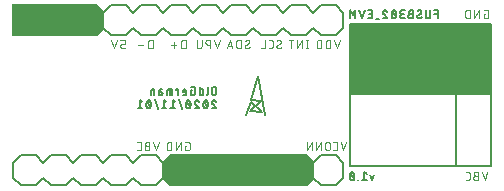
<source format=gbr>
G04 EAGLE Gerber RS-274X export*
G75*
%MOMM*%
%FSLAX34Y34*%
%LPD*%
%INGBO*%
%IPPOS*%
%AMOC8*
5,1,8,0,0,1.08239X$1,22.5*%
G01*
%ADD10C,0.127000*%
%ADD11C,0.101600*%
%ADD12R,12.065000X5.969000*%
%ADD13C,0.203200*%

G36*
X255357Y-77203D02*
X255357Y-77203D01*
X255444Y-77200D01*
X255497Y-77183D01*
X255552Y-77175D01*
X255631Y-77140D01*
X255715Y-77113D01*
X255754Y-77085D01*
X255811Y-77059D01*
X255924Y-76963D01*
X255988Y-76918D01*
X262338Y-70568D01*
X262390Y-70498D01*
X262450Y-70434D01*
X262476Y-70385D01*
X262509Y-70341D01*
X262540Y-70259D01*
X262580Y-70181D01*
X262588Y-70134D01*
X262610Y-70075D01*
X262622Y-69927D01*
X262635Y-69850D01*
X262635Y-57150D01*
X262623Y-57063D01*
X262620Y-56976D01*
X262603Y-56923D01*
X262595Y-56869D01*
X262560Y-56789D01*
X262533Y-56705D01*
X262505Y-56666D01*
X262479Y-56609D01*
X262383Y-56496D01*
X262338Y-56432D01*
X255988Y-50082D01*
X255918Y-50030D01*
X255854Y-49970D01*
X255805Y-49944D01*
X255761Y-49911D01*
X255679Y-49880D01*
X255601Y-49840D01*
X255554Y-49832D01*
X255495Y-49810D01*
X255347Y-49798D01*
X255270Y-49785D01*
X140970Y-49785D01*
X140883Y-49797D01*
X140796Y-49800D01*
X140743Y-49817D01*
X140689Y-49825D01*
X140609Y-49860D01*
X140525Y-49887D01*
X140486Y-49915D01*
X140429Y-49941D01*
X140316Y-50037D01*
X140252Y-50082D01*
X133902Y-56432D01*
X133850Y-56502D01*
X133790Y-56566D01*
X133764Y-56615D01*
X133731Y-56659D01*
X133700Y-56741D01*
X133660Y-56819D01*
X133652Y-56867D01*
X133630Y-56925D01*
X133618Y-57073D01*
X133605Y-57150D01*
X133605Y-69850D01*
X133617Y-69937D01*
X133620Y-70024D01*
X133637Y-70077D01*
X133645Y-70132D01*
X133680Y-70211D01*
X133707Y-70295D01*
X133735Y-70334D01*
X133761Y-70391D01*
X133857Y-70504D01*
X133902Y-70568D01*
X140252Y-76918D01*
X140322Y-76970D01*
X140386Y-77030D01*
X140435Y-77056D01*
X140479Y-77089D01*
X140561Y-77120D01*
X140639Y-77160D01*
X140687Y-77168D01*
X140745Y-77190D01*
X140893Y-77202D01*
X140970Y-77215D01*
X255270Y-77215D01*
X255357Y-77203D01*
G37*
G36*
X77557Y49797D02*
X77557Y49797D01*
X77644Y49800D01*
X77697Y49817D01*
X77752Y49825D01*
X77831Y49860D01*
X77915Y49887D01*
X77954Y49915D01*
X78011Y49941D01*
X78124Y50037D01*
X78188Y50082D01*
X84538Y56432D01*
X84590Y56502D01*
X84650Y56566D01*
X84676Y56615D01*
X84709Y56659D01*
X84740Y56741D01*
X84780Y56819D01*
X84788Y56867D01*
X84810Y56925D01*
X84822Y57073D01*
X84835Y57150D01*
X84835Y69850D01*
X84823Y69937D01*
X84820Y70024D01*
X84803Y70077D01*
X84795Y70132D01*
X84760Y70211D01*
X84733Y70295D01*
X84705Y70334D01*
X84679Y70391D01*
X84583Y70504D01*
X84538Y70568D01*
X78188Y76918D01*
X78118Y76970D01*
X78054Y77030D01*
X78005Y77056D01*
X77961Y77089D01*
X77879Y77120D01*
X77801Y77160D01*
X77754Y77168D01*
X77695Y77190D01*
X77547Y77202D01*
X77470Y77215D01*
X7620Y77215D01*
X7562Y77207D01*
X7504Y77209D01*
X7422Y77187D01*
X7339Y77175D01*
X7285Y77152D01*
X7229Y77137D01*
X7156Y77094D01*
X7079Y77059D01*
X7034Y77021D01*
X6984Y76992D01*
X6926Y76930D01*
X6862Y76876D01*
X6830Y76827D01*
X6790Y76784D01*
X6751Y76709D01*
X6705Y76639D01*
X6687Y76583D01*
X6660Y76531D01*
X6649Y76463D01*
X6619Y76368D01*
X6616Y76268D01*
X6605Y76200D01*
X6605Y50800D01*
X6613Y50742D01*
X6611Y50684D01*
X6633Y50602D01*
X6645Y50519D01*
X6669Y50465D01*
X6683Y50409D01*
X6726Y50336D01*
X6761Y50259D01*
X6799Y50214D01*
X6829Y50164D01*
X6890Y50106D01*
X6945Y50042D01*
X6993Y50010D01*
X7036Y49970D01*
X7111Y49931D01*
X7181Y49885D01*
X7237Y49867D01*
X7289Y49840D01*
X7357Y49829D01*
X7452Y49799D01*
X7552Y49796D01*
X7620Y49785D01*
X77470Y49785D01*
X77557Y49797D01*
G37*
D10*
X179705Y2286D02*
X179705Y5334D01*
X179703Y5419D01*
X179697Y5505D01*
X179688Y5590D01*
X179674Y5674D01*
X179657Y5758D01*
X179636Y5841D01*
X179612Y5923D01*
X179584Y6003D01*
X179552Y6083D01*
X179516Y6161D01*
X179478Y6237D01*
X179435Y6311D01*
X179390Y6383D01*
X179341Y6454D01*
X179289Y6522D01*
X179235Y6587D01*
X179177Y6650D01*
X179116Y6711D01*
X179053Y6769D01*
X178988Y6823D01*
X178920Y6875D01*
X178849Y6924D01*
X178777Y6969D01*
X178703Y7012D01*
X178627Y7050D01*
X178549Y7086D01*
X178469Y7118D01*
X178389Y7146D01*
X178307Y7170D01*
X178224Y7191D01*
X178140Y7208D01*
X178056Y7222D01*
X177971Y7231D01*
X177885Y7237D01*
X177800Y7239D01*
X177715Y7237D01*
X177629Y7231D01*
X177544Y7222D01*
X177460Y7208D01*
X177376Y7191D01*
X177293Y7170D01*
X177211Y7146D01*
X177131Y7118D01*
X177051Y7086D01*
X176973Y7050D01*
X176897Y7012D01*
X176823Y6969D01*
X176751Y6924D01*
X176680Y6875D01*
X176612Y6823D01*
X176547Y6769D01*
X176484Y6711D01*
X176423Y6650D01*
X176365Y6587D01*
X176311Y6522D01*
X176259Y6454D01*
X176210Y6383D01*
X176165Y6311D01*
X176122Y6237D01*
X176084Y6161D01*
X176048Y6083D01*
X176016Y6003D01*
X175988Y5923D01*
X175964Y5841D01*
X175943Y5758D01*
X175926Y5674D01*
X175912Y5590D01*
X175903Y5505D01*
X175897Y5419D01*
X175895Y5334D01*
X175895Y2286D01*
X175897Y2201D01*
X175903Y2115D01*
X175912Y2030D01*
X175926Y1946D01*
X175943Y1862D01*
X175964Y1779D01*
X175988Y1697D01*
X176016Y1617D01*
X176048Y1537D01*
X176084Y1459D01*
X176122Y1383D01*
X176165Y1309D01*
X176210Y1237D01*
X176259Y1166D01*
X176311Y1098D01*
X176365Y1033D01*
X176423Y970D01*
X176484Y909D01*
X176547Y851D01*
X176612Y797D01*
X176680Y745D01*
X176751Y696D01*
X176823Y651D01*
X176897Y608D01*
X176973Y570D01*
X177051Y534D01*
X177131Y502D01*
X177211Y474D01*
X177293Y450D01*
X177376Y429D01*
X177460Y412D01*
X177544Y398D01*
X177629Y389D01*
X177715Y383D01*
X177800Y381D01*
X177885Y383D01*
X177971Y389D01*
X178056Y398D01*
X178140Y412D01*
X178224Y429D01*
X178307Y450D01*
X178389Y474D01*
X178469Y502D01*
X178549Y534D01*
X178627Y570D01*
X178703Y608D01*
X178777Y651D01*
X178849Y696D01*
X178920Y745D01*
X178988Y797D01*
X179053Y851D01*
X179116Y909D01*
X179177Y970D01*
X179235Y1033D01*
X179289Y1098D01*
X179341Y1166D01*
X179390Y1237D01*
X179435Y1309D01*
X179478Y1383D01*
X179516Y1459D01*
X179552Y1537D01*
X179584Y1617D01*
X179612Y1697D01*
X179636Y1779D01*
X179657Y1862D01*
X179674Y1946D01*
X179688Y2030D01*
X179697Y2115D01*
X179703Y2201D01*
X179705Y2286D01*
X172471Y1524D02*
X172471Y7239D01*
X172471Y1524D02*
X172469Y1458D01*
X172463Y1391D01*
X172454Y1326D01*
X172440Y1260D01*
X172423Y1196D01*
X172402Y1133D01*
X172378Y1071D01*
X172349Y1011D01*
X172318Y953D01*
X172283Y896D01*
X172245Y841D01*
X172204Y789D01*
X172159Y740D01*
X172112Y693D01*
X172063Y648D01*
X172011Y607D01*
X171956Y569D01*
X171900Y534D01*
X171841Y503D01*
X171781Y474D01*
X171719Y450D01*
X171656Y429D01*
X171592Y412D01*
X171526Y398D01*
X171461Y389D01*
X171394Y383D01*
X171328Y381D01*
X165603Y381D02*
X165603Y7239D01*
X165603Y381D02*
X167508Y381D01*
X167574Y383D01*
X167641Y389D01*
X167706Y398D01*
X167772Y412D01*
X167836Y429D01*
X167899Y450D01*
X167961Y474D01*
X168021Y503D01*
X168080Y534D01*
X168136Y569D01*
X168191Y607D01*
X168243Y648D01*
X168292Y693D01*
X168339Y740D01*
X168384Y789D01*
X168425Y841D01*
X168463Y896D01*
X168498Y953D01*
X168529Y1011D01*
X168558Y1071D01*
X168582Y1133D01*
X168603Y1196D01*
X168620Y1260D01*
X168634Y1326D01*
X168643Y1391D01*
X168649Y1458D01*
X168651Y1524D01*
X168651Y3810D01*
X168649Y3876D01*
X168643Y3943D01*
X168634Y4008D01*
X168620Y4074D01*
X168603Y4138D01*
X168582Y4201D01*
X168558Y4263D01*
X168529Y4323D01*
X168498Y4382D01*
X168463Y4438D01*
X168425Y4493D01*
X168384Y4545D01*
X168339Y4594D01*
X168292Y4641D01*
X168243Y4686D01*
X168191Y4727D01*
X168136Y4765D01*
X168080Y4800D01*
X168021Y4831D01*
X167961Y4860D01*
X167899Y4884D01*
X167836Y4905D01*
X167772Y4922D01*
X167706Y4936D01*
X167641Y4945D01*
X167574Y4951D01*
X167508Y4953D01*
X165603Y4953D01*
X158994Y4191D02*
X157851Y4191D01*
X157851Y381D01*
X160137Y381D01*
X160214Y383D01*
X160291Y389D01*
X160368Y399D01*
X160444Y412D01*
X160519Y430D01*
X160593Y451D01*
X160666Y476D01*
X160738Y505D01*
X160808Y537D01*
X160877Y572D01*
X160943Y612D01*
X161008Y654D01*
X161070Y700D01*
X161130Y749D01*
X161187Y800D01*
X161242Y855D01*
X161293Y912D01*
X161342Y972D01*
X161388Y1034D01*
X161430Y1099D01*
X161470Y1165D01*
X161505Y1234D01*
X161537Y1304D01*
X161566Y1376D01*
X161591Y1449D01*
X161612Y1523D01*
X161630Y1598D01*
X161643Y1674D01*
X161653Y1751D01*
X161659Y1828D01*
X161661Y1905D01*
X161661Y5715D01*
X161659Y5792D01*
X161653Y5869D01*
X161643Y5946D01*
X161630Y6022D01*
X161612Y6097D01*
X161591Y6171D01*
X161566Y6244D01*
X161537Y6316D01*
X161505Y6386D01*
X161470Y6455D01*
X161430Y6521D01*
X161388Y6586D01*
X161342Y6648D01*
X161293Y6708D01*
X161242Y6765D01*
X161187Y6820D01*
X161130Y6871D01*
X161070Y6920D01*
X161008Y6966D01*
X160943Y7008D01*
X160877Y7048D01*
X160808Y7083D01*
X160738Y7115D01*
X160666Y7144D01*
X160593Y7169D01*
X160519Y7190D01*
X160444Y7208D01*
X160368Y7221D01*
X160291Y7231D01*
X160214Y7237D01*
X160137Y7239D01*
X157851Y7239D01*
X153066Y381D02*
X151161Y381D01*
X153066Y381D02*
X153132Y383D01*
X153199Y389D01*
X153264Y398D01*
X153330Y412D01*
X153394Y429D01*
X153457Y450D01*
X153519Y474D01*
X153579Y503D01*
X153638Y534D01*
X153694Y569D01*
X153749Y607D01*
X153801Y648D01*
X153850Y693D01*
X153897Y740D01*
X153942Y789D01*
X153983Y841D01*
X154021Y896D01*
X154056Y953D01*
X154087Y1011D01*
X154116Y1071D01*
X154140Y1133D01*
X154161Y1196D01*
X154178Y1260D01*
X154192Y1326D01*
X154201Y1391D01*
X154207Y1458D01*
X154209Y1524D01*
X154209Y3429D01*
X154207Y3506D01*
X154201Y3583D01*
X154191Y3660D01*
X154178Y3736D01*
X154160Y3811D01*
X154139Y3885D01*
X154114Y3958D01*
X154085Y4030D01*
X154053Y4100D01*
X154018Y4169D01*
X153978Y4235D01*
X153936Y4300D01*
X153890Y4362D01*
X153841Y4422D01*
X153790Y4479D01*
X153735Y4534D01*
X153678Y4585D01*
X153618Y4634D01*
X153556Y4680D01*
X153491Y4722D01*
X153425Y4762D01*
X153356Y4797D01*
X153286Y4829D01*
X153214Y4858D01*
X153141Y4883D01*
X153067Y4904D01*
X152992Y4922D01*
X152916Y4935D01*
X152839Y4945D01*
X152762Y4951D01*
X152685Y4953D01*
X152608Y4951D01*
X152531Y4945D01*
X152454Y4935D01*
X152378Y4922D01*
X152303Y4904D01*
X152229Y4883D01*
X152156Y4858D01*
X152084Y4829D01*
X152014Y4797D01*
X151945Y4762D01*
X151879Y4722D01*
X151814Y4680D01*
X151752Y4634D01*
X151692Y4585D01*
X151635Y4534D01*
X151580Y4479D01*
X151529Y4422D01*
X151480Y4362D01*
X151434Y4300D01*
X151392Y4235D01*
X151352Y4169D01*
X151317Y4100D01*
X151285Y4030D01*
X151256Y3958D01*
X151231Y3885D01*
X151210Y3811D01*
X151192Y3736D01*
X151179Y3660D01*
X151169Y3583D01*
X151163Y3506D01*
X151161Y3429D01*
X151161Y2667D01*
X154209Y2667D01*
X147562Y381D02*
X147562Y4953D01*
X145276Y4953D01*
X145276Y4191D01*
X142291Y4953D02*
X142291Y381D01*
X142291Y4953D02*
X138862Y4953D01*
X138796Y4951D01*
X138729Y4945D01*
X138664Y4936D01*
X138598Y4922D01*
X138534Y4905D01*
X138471Y4884D01*
X138409Y4860D01*
X138349Y4831D01*
X138291Y4800D01*
X138234Y4765D01*
X138179Y4727D01*
X138127Y4686D01*
X138078Y4641D01*
X138031Y4594D01*
X137986Y4545D01*
X137945Y4493D01*
X137907Y4438D01*
X137872Y4382D01*
X137841Y4323D01*
X137812Y4263D01*
X137788Y4201D01*
X137767Y4138D01*
X137750Y4074D01*
X137736Y4008D01*
X137727Y3943D01*
X137721Y3876D01*
X137719Y3810D01*
X137719Y381D01*
X140005Y381D02*
X140005Y4953D01*
X132692Y3048D02*
X130978Y3048D01*
X132692Y3049D02*
X132764Y3047D01*
X132836Y3041D01*
X132908Y3031D01*
X132979Y3018D01*
X133049Y3000D01*
X133118Y2979D01*
X133186Y2954D01*
X133252Y2926D01*
X133317Y2894D01*
X133380Y2858D01*
X133441Y2819D01*
X133499Y2777D01*
X133556Y2732D01*
X133609Y2683D01*
X133660Y2632D01*
X133709Y2579D01*
X133754Y2522D01*
X133796Y2464D01*
X133835Y2403D01*
X133871Y2340D01*
X133903Y2275D01*
X133931Y2209D01*
X133956Y2141D01*
X133977Y2072D01*
X133995Y2002D01*
X134008Y1931D01*
X134018Y1859D01*
X134024Y1787D01*
X134026Y1715D01*
X134024Y1643D01*
X134018Y1571D01*
X134008Y1499D01*
X133995Y1428D01*
X133977Y1358D01*
X133956Y1289D01*
X133931Y1221D01*
X133903Y1155D01*
X133871Y1090D01*
X133835Y1027D01*
X133796Y966D01*
X133754Y908D01*
X133709Y851D01*
X133660Y798D01*
X133609Y747D01*
X133556Y698D01*
X133499Y653D01*
X133441Y611D01*
X133380Y572D01*
X133317Y536D01*
X133252Y504D01*
X133186Y476D01*
X133118Y451D01*
X133049Y430D01*
X132979Y412D01*
X132908Y399D01*
X132836Y389D01*
X132764Y383D01*
X132692Y381D01*
X130978Y381D01*
X130978Y3810D01*
X130980Y3876D01*
X130986Y3943D01*
X130995Y4008D01*
X131009Y4074D01*
X131026Y4138D01*
X131047Y4201D01*
X131071Y4263D01*
X131100Y4323D01*
X131131Y4382D01*
X131166Y4438D01*
X131204Y4493D01*
X131245Y4545D01*
X131290Y4594D01*
X131337Y4641D01*
X131386Y4686D01*
X131438Y4727D01*
X131493Y4765D01*
X131550Y4800D01*
X131608Y4831D01*
X131668Y4860D01*
X131730Y4884D01*
X131793Y4905D01*
X131857Y4922D01*
X131923Y4936D01*
X131988Y4945D01*
X132055Y4951D01*
X132121Y4953D01*
X133645Y4953D01*
X127142Y4953D02*
X127142Y381D01*
X127142Y4953D02*
X125237Y4953D01*
X125171Y4951D01*
X125104Y4945D01*
X125039Y4936D01*
X124973Y4922D01*
X124909Y4905D01*
X124846Y4884D01*
X124784Y4860D01*
X124724Y4831D01*
X124666Y4800D01*
X124609Y4765D01*
X124554Y4727D01*
X124502Y4686D01*
X124453Y4641D01*
X124406Y4594D01*
X124361Y4545D01*
X124320Y4493D01*
X124282Y4438D01*
X124247Y4382D01*
X124216Y4323D01*
X124187Y4263D01*
X124163Y4201D01*
X124142Y4138D01*
X124125Y4074D01*
X124111Y4008D01*
X124102Y3943D01*
X124096Y3876D01*
X124094Y3810D01*
X124094Y381D01*
D11*
X281803Y39624D02*
X284174Y46736D01*
X279433Y46736D02*
X281803Y39624D01*
X276220Y39624D02*
X276220Y46736D01*
X274244Y46736D01*
X274158Y46734D01*
X274072Y46728D01*
X273986Y46719D01*
X273901Y46706D01*
X273816Y46689D01*
X273733Y46669D01*
X273650Y46645D01*
X273568Y46617D01*
X273488Y46586D01*
X273409Y46551D01*
X273332Y46513D01*
X273256Y46471D01*
X273182Y46427D01*
X273111Y46379D01*
X273041Y46328D01*
X272974Y46274D01*
X272909Y46217D01*
X272847Y46157D01*
X272787Y46095D01*
X272730Y46030D01*
X272676Y45963D01*
X272625Y45893D01*
X272577Y45822D01*
X272533Y45748D01*
X272491Y45672D01*
X272453Y45595D01*
X272418Y45516D01*
X272387Y45436D01*
X272359Y45354D01*
X272335Y45271D01*
X272315Y45188D01*
X272298Y45103D01*
X272285Y45018D01*
X272276Y44932D01*
X272270Y44846D01*
X272268Y44760D01*
X272269Y44760D02*
X272269Y41600D01*
X272268Y41600D02*
X272270Y41514D01*
X272276Y41428D01*
X272285Y41342D01*
X272298Y41257D01*
X272315Y41172D01*
X272335Y41089D01*
X272359Y41006D01*
X272387Y40924D01*
X272418Y40844D01*
X272453Y40765D01*
X272491Y40688D01*
X272533Y40612D01*
X272577Y40538D01*
X272625Y40467D01*
X272676Y40397D01*
X272730Y40330D01*
X272787Y40265D01*
X272847Y40203D01*
X272909Y40143D01*
X272974Y40086D01*
X273041Y40032D01*
X273111Y39981D01*
X273182Y39933D01*
X273256Y39889D01*
X273332Y39847D01*
X273409Y39809D01*
X273488Y39774D01*
X273568Y39743D01*
X273650Y39715D01*
X273733Y39691D01*
X273816Y39671D01*
X273901Y39654D01*
X273986Y39641D01*
X274072Y39632D01*
X274158Y39626D01*
X274244Y39624D01*
X276220Y39624D01*
X268417Y39624D02*
X268417Y46736D01*
X266442Y46736D01*
X266356Y46734D01*
X266270Y46728D01*
X266184Y46719D01*
X266099Y46706D01*
X266014Y46689D01*
X265931Y46669D01*
X265848Y46645D01*
X265766Y46617D01*
X265686Y46586D01*
X265607Y46551D01*
X265530Y46513D01*
X265454Y46471D01*
X265380Y46427D01*
X265309Y46379D01*
X265239Y46328D01*
X265172Y46274D01*
X265107Y46217D01*
X265045Y46157D01*
X264985Y46095D01*
X264928Y46030D01*
X264874Y45963D01*
X264823Y45893D01*
X264775Y45822D01*
X264731Y45748D01*
X264689Y45672D01*
X264651Y45595D01*
X264616Y45516D01*
X264585Y45436D01*
X264557Y45354D01*
X264533Y45271D01*
X264513Y45188D01*
X264496Y45103D01*
X264483Y45018D01*
X264474Y44932D01*
X264468Y44846D01*
X264466Y44760D01*
X264466Y41600D01*
X264468Y41514D01*
X264474Y41428D01*
X264483Y41342D01*
X264496Y41257D01*
X264513Y41172D01*
X264533Y41089D01*
X264557Y41006D01*
X264585Y40924D01*
X264616Y40844D01*
X264651Y40765D01*
X264689Y40688D01*
X264731Y40612D01*
X264775Y40538D01*
X264823Y40467D01*
X264874Y40397D01*
X264928Y40330D01*
X264985Y40265D01*
X265045Y40203D01*
X265107Y40143D01*
X265172Y40086D01*
X265239Y40032D01*
X265309Y39981D01*
X265380Y39933D01*
X265454Y39889D01*
X265530Y39847D01*
X265607Y39809D01*
X265686Y39774D01*
X265766Y39743D01*
X265848Y39715D01*
X265931Y39691D01*
X266014Y39671D01*
X266099Y39654D01*
X266184Y39641D01*
X266270Y39632D01*
X266356Y39626D01*
X266442Y39624D01*
X268417Y39624D01*
X256096Y39624D02*
X256096Y46736D01*
X256887Y39624D02*
X255306Y39624D01*
X255306Y46736D02*
X256887Y46736D01*
X251976Y46736D02*
X251976Y39624D01*
X248025Y39624D02*
X251976Y46736D01*
X248025Y46736D02*
X248025Y39624D01*
X242929Y39624D02*
X242929Y46736D01*
X244905Y46736D02*
X240953Y46736D01*
X231985Y39624D02*
X231907Y39626D01*
X231830Y39632D01*
X231753Y39641D01*
X231677Y39654D01*
X231601Y39671D01*
X231526Y39692D01*
X231453Y39716D01*
X231380Y39744D01*
X231309Y39776D01*
X231240Y39811D01*
X231173Y39849D01*
X231107Y39890D01*
X231044Y39935D01*
X230983Y39983D01*
X230924Y40033D01*
X230868Y40087D01*
X230814Y40143D01*
X230764Y40202D01*
X230716Y40263D01*
X230671Y40326D01*
X230630Y40392D01*
X230592Y40459D01*
X230557Y40528D01*
X230525Y40599D01*
X230497Y40672D01*
X230473Y40745D01*
X230452Y40820D01*
X230435Y40896D01*
X230422Y40972D01*
X230413Y41049D01*
X230407Y41126D01*
X230405Y41204D01*
X231985Y39624D02*
X232100Y39626D01*
X232214Y39632D01*
X232328Y39642D01*
X232442Y39655D01*
X232555Y39673D01*
X232668Y39695D01*
X232780Y39720D01*
X232891Y39749D01*
X233000Y39782D01*
X233109Y39819D01*
X233216Y39859D01*
X233322Y39903D01*
X233426Y39951D01*
X233529Y40002D01*
X233629Y40057D01*
X233728Y40115D01*
X233825Y40177D01*
X233919Y40241D01*
X234012Y40309D01*
X234102Y40381D01*
X234189Y40455D01*
X234274Y40532D01*
X234356Y40612D01*
X234157Y45156D02*
X234155Y45234D01*
X234149Y45311D01*
X234140Y45388D01*
X234127Y45464D01*
X234110Y45540D01*
X234089Y45615D01*
X234065Y45688D01*
X234037Y45761D01*
X234005Y45832D01*
X233970Y45901D01*
X233932Y45968D01*
X233891Y46034D01*
X233846Y46097D01*
X233798Y46158D01*
X233748Y46217D01*
X233694Y46273D01*
X233638Y46327D01*
X233579Y46377D01*
X233518Y46425D01*
X233455Y46470D01*
X233389Y46511D01*
X233322Y46549D01*
X233253Y46584D01*
X233182Y46616D01*
X233109Y46644D01*
X233036Y46668D01*
X232961Y46689D01*
X232885Y46706D01*
X232809Y46719D01*
X232732Y46728D01*
X232655Y46734D01*
X232577Y46736D01*
X232471Y46734D01*
X232365Y46728D01*
X232260Y46719D01*
X232155Y46706D01*
X232050Y46689D01*
X231946Y46668D01*
X231843Y46644D01*
X231741Y46616D01*
X231640Y46584D01*
X231540Y46549D01*
X231442Y46510D01*
X231344Y46467D01*
X231249Y46422D01*
X231155Y46373D01*
X231063Y46320D01*
X230973Y46264D01*
X230885Y46205D01*
X230799Y46143D01*
X233368Y43773D02*
X233435Y43815D01*
X233500Y43860D01*
X233563Y43909D01*
X233624Y43960D01*
X233681Y44015D01*
X233736Y44072D01*
X233789Y44132D01*
X233838Y44194D01*
X233884Y44259D01*
X233926Y44325D01*
X233966Y44394D01*
X234002Y44465D01*
X234034Y44538D01*
X234063Y44612D01*
X234088Y44687D01*
X234109Y44763D01*
X234127Y44841D01*
X234140Y44919D01*
X234150Y44998D01*
X234156Y45077D01*
X234158Y45156D01*
X231194Y42587D02*
X231127Y42545D01*
X231062Y42500D01*
X230999Y42451D01*
X230938Y42400D01*
X230881Y42345D01*
X230826Y42288D01*
X230773Y42228D01*
X230724Y42166D01*
X230678Y42101D01*
X230636Y42035D01*
X230596Y41966D01*
X230560Y41895D01*
X230528Y41822D01*
X230499Y41748D01*
X230474Y41673D01*
X230453Y41597D01*
X230435Y41519D01*
X230422Y41441D01*
X230412Y41362D01*
X230406Y41283D01*
X230404Y41204D01*
X231194Y42587D02*
X233368Y43773D01*
X225731Y39624D02*
X224150Y39624D01*
X225731Y39624D02*
X225809Y39626D01*
X225886Y39632D01*
X225963Y39641D01*
X226039Y39654D01*
X226115Y39671D01*
X226190Y39692D01*
X226263Y39716D01*
X226336Y39744D01*
X226407Y39776D01*
X226476Y39811D01*
X226543Y39849D01*
X226609Y39890D01*
X226672Y39935D01*
X226733Y39983D01*
X226792Y40033D01*
X226848Y40087D01*
X226902Y40143D01*
X226952Y40202D01*
X227000Y40263D01*
X227045Y40326D01*
X227086Y40392D01*
X227124Y40459D01*
X227159Y40528D01*
X227191Y40599D01*
X227219Y40672D01*
X227243Y40745D01*
X227264Y40820D01*
X227281Y40896D01*
X227294Y40972D01*
X227303Y41049D01*
X227309Y41126D01*
X227311Y41204D01*
X227311Y45156D01*
X227309Y45234D01*
X227303Y45311D01*
X227294Y45388D01*
X227281Y45464D01*
X227264Y45540D01*
X227243Y45615D01*
X227219Y45688D01*
X227191Y45761D01*
X227159Y45832D01*
X227124Y45901D01*
X227086Y45968D01*
X227045Y46034D01*
X227000Y46097D01*
X226952Y46158D01*
X226902Y46217D01*
X226848Y46273D01*
X226792Y46327D01*
X226733Y46377D01*
X226672Y46425D01*
X226609Y46470D01*
X226543Y46511D01*
X226476Y46549D01*
X226407Y46584D01*
X226336Y46616D01*
X226263Y46644D01*
X226190Y46668D01*
X226115Y46689D01*
X226039Y46706D01*
X225963Y46719D01*
X225886Y46728D01*
X225809Y46734D01*
X225731Y46736D01*
X224150Y46736D01*
X220926Y46736D02*
X220926Y39624D01*
X217765Y39624D01*
X205360Y39624D02*
X205282Y39626D01*
X205205Y39632D01*
X205128Y39641D01*
X205052Y39654D01*
X204976Y39671D01*
X204901Y39692D01*
X204828Y39716D01*
X204755Y39744D01*
X204684Y39776D01*
X204615Y39811D01*
X204548Y39849D01*
X204482Y39890D01*
X204419Y39935D01*
X204358Y39983D01*
X204299Y40033D01*
X204243Y40087D01*
X204189Y40143D01*
X204139Y40202D01*
X204091Y40263D01*
X204046Y40326D01*
X204005Y40392D01*
X203967Y40459D01*
X203932Y40528D01*
X203900Y40599D01*
X203872Y40672D01*
X203848Y40745D01*
X203827Y40820D01*
X203810Y40896D01*
X203797Y40972D01*
X203788Y41049D01*
X203782Y41126D01*
X203780Y41204D01*
X205360Y39624D02*
X205475Y39626D01*
X205589Y39632D01*
X205703Y39642D01*
X205817Y39655D01*
X205930Y39673D01*
X206043Y39695D01*
X206155Y39720D01*
X206266Y39749D01*
X206375Y39782D01*
X206484Y39819D01*
X206591Y39859D01*
X206697Y39903D01*
X206801Y39951D01*
X206904Y40002D01*
X207004Y40057D01*
X207103Y40115D01*
X207200Y40177D01*
X207294Y40241D01*
X207387Y40309D01*
X207477Y40381D01*
X207564Y40455D01*
X207649Y40532D01*
X207731Y40612D01*
X207532Y45156D02*
X207530Y45234D01*
X207524Y45311D01*
X207515Y45388D01*
X207502Y45464D01*
X207485Y45540D01*
X207464Y45615D01*
X207440Y45688D01*
X207412Y45761D01*
X207380Y45832D01*
X207345Y45901D01*
X207307Y45968D01*
X207266Y46034D01*
X207221Y46097D01*
X207173Y46158D01*
X207123Y46217D01*
X207069Y46273D01*
X207013Y46327D01*
X206954Y46377D01*
X206893Y46425D01*
X206830Y46470D01*
X206764Y46511D01*
X206697Y46549D01*
X206628Y46584D01*
X206557Y46616D01*
X206484Y46644D01*
X206411Y46668D01*
X206336Y46689D01*
X206260Y46706D01*
X206184Y46719D01*
X206107Y46728D01*
X206030Y46734D01*
X205952Y46736D01*
X205846Y46734D01*
X205740Y46728D01*
X205635Y46719D01*
X205530Y46706D01*
X205425Y46689D01*
X205321Y46668D01*
X205218Y46644D01*
X205116Y46616D01*
X205015Y46584D01*
X204915Y46549D01*
X204817Y46510D01*
X204719Y46467D01*
X204624Y46422D01*
X204530Y46373D01*
X204438Y46320D01*
X204348Y46264D01*
X204260Y46205D01*
X204174Y46143D01*
X206743Y43773D02*
X206810Y43815D01*
X206875Y43860D01*
X206938Y43909D01*
X206999Y43960D01*
X207056Y44015D01*
X207111Y44072D01*
X207164Y44132D01*
X207213Y44194D01*
X207259Y44259D01*
X207301Y44325D01*
X207341Y44394D01*
X207377Y44465D01*
X207409Y44538D01*
X207438Y44612D01*
X207463Y44687D01*
X207484Y44763D01*
X207502Y44841D01*
X207515Y44919D01*
X207525Y44998D01*
X207531Y45077D01*
X207533Y45156D01*
X204569Y42587D02*
X204502Y42545D01*
X204437Y42500D01*
X204374Y42451D01*
X204313Y42400D01*
X204256Y42345D01*
X204201Y42288D01*
X204148Y42228D01*
X204099Y42166D01*
X204053Y42101D01*
X204011Y42035D01*
X203971Y41966D01*
X203935Y41895D01*
X203903Y41822D01*
X203874Y41748D01*
X203849Y41673D01*
X203828Y41597D01*
X203810Y41519D01*
X203797Y41441D01*
X203787Y41362D01*
X203781Y41283D01*
X203779Y41204D01*
X204569Y42587D02*
X206742Y43773D01*
X200415Y46736D02*
X200415Y39624D01*
X200415Y46736D02*
X198440Y46736D01*
X198354Y46734D01*
X198268Y46728D01*
X198182Y46719D01*
X198097Y46706D01*
X198012Y46689D01*
X197929Y46669D01*
X197846Y46645D01*
X197764Y46617D01*
X197684Y46586D01*
X197605Y46551D01*
X197528Y46513D01*
X197452Y46471D01*
X197378Y46427D01*
X197307Y46379D01*
X197237Y46328D01*
X197170Y46274D01*
X197105Y46217D01*
X197043Y46157D01*
X196983Y46095D01*
X196926Y46030D01*
X196872Y45963D01*
X196821Y45893D01*
X196773Y45822D01*
X196729Y45748D01*
X196687Y45672D01*
X196649Y45595D01*
X196614Y45516D01*
X196583Y45436D01*
X196555Y45354D01*
X196531Y45271D01*
X196511Y45188D01*
X196494Y45103D01*
X196481Y45018D01*
X196472Y44932D01*
X196466Y44846D01*
X196464Y44760D01*
X196464Y41600D01*
X196466Y41514D01*
X196472Y41428D01*
X196481Y41342D01*
X196494Y41257D01*
X196511Y41172D01*
X196531Y41089D01*
X196555Y41006D01*
X196583Y40924D01*
X196614Y40844D01*
X196649Y40765D01*
X196687Y40688D01*
X196729Y40612D01*
X196773Y40538D01*
X196821Y40467D01*
X196872Y40397D01*
X196926Y40330D01*
X196983Y40265D01*
X197043Y40203D01*
X197105Y40143D01*
X197170Y40086D01*
X197237Y40032D01*
X197307Y39981D01*
X197378Y39933D01*
X197452Y39889D01*
X197528Y39847D01*
X197605Y39809D01*
X197684Y39774D01*
X197764Y39743D01*
X197846Y39715D01*
X197929Y39691D01*
X198012Y39671D01*
X198097Y39654D01*
X198182Y39641D01*
X198268Y39632D01*
X198354Y39626D01*
X198440Y39624D01*
X200415Y39624D01*
X193251Y39624D02*
X190880Y46736D01*
X188510Y39624D01*
X189102Y41402D02*
X192658Y41402D01*
X182330Y46736D02*
X179960Y39624D01*
X177589Y46736D01*
X174237Y46736D02*
X174237Y39624D01*
X174237Y46736D02*
X172262Y46736D01*
X172175Y46734D01*
X172087Y46728D01*
X172000Y46719D01*
X171914Y46705D01*
X171828Y46688D01*
X171744Y46667D01*
X171660Y46642D01*
X171577Y46613D01*
X171496Y46581D01*
X171416Y46546D01*
X171338Y46507D01*
X171261Y46464D01*
X171187Y46418D01*
X171115Y46369D01*
X171045Y46317D01*
X170977Y46261D01*
X170912Y46203D01*
X170849Y46142D01*
X170790Y46078D01*
X170733Y46011D01*
X170679Y45943D01*
X170628Y45871D01*
X170581Y45798D01*
X170536Y45723D01*
X170495Y45645D01*
X170458Y45566D01*
X170424Y45486D01*
X170394Y45404D01*
X170367Y45321D01*
X170344Y45236D01*
X170325Y45151D01*
X170310Y45065D01*
X170298Y44978D01*
X170290Y44891D01*
X170286Y44804D01*
X170286Y44716D01*
X170290Y44629D01*
X170298Y44542D01*
X170310Y44455D01*
X170325Y44369D01*
X170344Y44284D01*
X170367Y44199D01*
X170394Y44116D01*
X170424Y44034D01*
X170458Y43954D01*
X170495Y43875D01*
X170536Y43797D01*
X170581Y43722D01*
X170628Y43649D01*
X170679Y43577D01*
X170733Y43509D01*
X170790Y43442D01*
X170849Y43378D01*
X170912Y43317D01*
X170977Y43259D01*
X171045Y43203D01*
X171115Y43151D01*
X171187Y43102D01*
X171261Y43056D01*
X171338Y43013D01*
X171416Y42974D01*
X171496Y42939D01*
X171577Y42907D01*
X171660Y42878D01*
X171744Y42853D01*
X171828Y42832D01*
X171914Y42815D01*
X172000Y42801D01*
X172087Y42792D01*
X172175Y42786D01*
X172262Y42784D01*
X172262Y42785D02*
X174237Y42785D01*
X167061Y41600D02*
X167061Y46736D01*
X167061Y41600D02*
X167059Y41513D01*
X167053Y41425D01*
X167044Y41338D01*
X167030Y41252D01*
X167013Y41166D01*
X166992Y41082D01*
X166967Y40998D01*
X166938Y40915D01*
X166906Y40834D01*
X166871Y40754D01*
X166832Y40676D01*
X166789Y40599D01*
X166743Y40525D01*
X166694Y40453D01*
X166642Y40383D01*
X166586Y40315D01*
X166528Y40250D01*
X166467Y40187D01*
X166403Y40128D01*
X166336Y40071D01*
X166268Y40017D01*
X166196Y39966D01*
X166123Y39919D01*
X166048Y39874D01*
X165970Y39833D01*
X165891Y39796D01*
X165811Y39762D01*
X165729Y39732D01*
X165646Y39705D01*
X165561Y39682D01*
X165476Y39663D01*
X165390Y39648D01*
X165303Y39636D01*
X165216Y39628D01*
X165129Y39624D01*
X165041Y39624D01*
X164954Y39628D01*
X164867Y39636D01*
X164780Y39648D01*
X164694Y39663D01*
X164609Y39682D01*
X164524Y39705D01*
X164441Y39732D01*
X164359Y39762D01*
X164279Y39796D01*
X164200Y39833D01*
X164122Y39874D01*
X164047Y39919D01*
X163974Y39966D01*
X163902Y40017D01*
X163834Y40071D01*
X163767Y40128D01*
X163703Y40187D01*
X163642Y40250D01*
X163584Y40315D01*
X163528Y40383D01*
X163476Y40453D01*
X163427Y40525D01*
X163381Y40599D01*
X163338Y40676D01*
X163299Y40754D01*
X163264Y40834D01*
X163232Y40915D01*
X163203Y40998D01*
X163178Y41082D01*
X163157Y41166D01*
X163140Y41252D01*
X163126Y41338D01*
X163117Y41425D01*
X163111Y41513D01*
X163109Y41600D01*
X163110Y41600D02*
X163110Y46736D01*
X102351Y39624D02*
X99980Y39624D01*
X99902Y39626D01*
X99825Y39632D01*
X99748Y39641D01*
X99672Y39654D01*
X99596Y39671D01*
X99521Y39692D01*
X99448Y39716D01*
X99375Y39744D01*
X99304Y39776D01*
X99235Y39811D01*
X99168Y39849D01*
X99102Y39890D01*
X99039Y39935D01*
X98978Y39983D01*
X98919Y40033D01*
X98863Y40087D01*
X98809Y40143D01*
X98759Y40202D01*
X98711Y40263D01*
X98666Y40326D01*
X98625Y40392D01*
X98587Y40459D01*
X98552Y40528D01*
X98520Y40599D01*
X98492Y40672D01*
X98468Y40745D01*
X98447Y40820D01*
X98430Y40896D01*
X98417Y40972D01*
X98408Y41049D01*
X98402Y41126D01*
X98400Y41204D01*
X98400Y41995D01*
X98402Y42073D01*
X98408Y42150D01*
X98417Y42227D01*
X98430Y42303D01*
X98447Y42379D01*
X98468Y42454D01*
X98492Y42527D01*
X98520Y42600D01*
X98552Y42671D01*
X98587Y42740D01*
X98625Y42807D01*
X98666Y42873D01*
X98711Y42936D01*
X98759Y42997D01*
X98809Y43056D01*
X98863Y43112D01*
X98919Y43166D01*
X98978Y43216D01*
X99039Y43264D01*
X99102Y43309D01*
X99168Y43350D01*
X99235Y43388D01*
X99304Y43423D01*
X99375Y43455D01*
X99448Y43483D01*
X99521Y43507D01*
X99596Y43528D01*
X99672Y43545D01*
X99748Y43558D01*
X99825Y43567D01*
X99902Y43573D01*
X99980Y43575D01*
X102351Y43575D01*
X102351Y46736D01*
X98400Y46736D01*
X95431Y46736D02*
X93060Y39624D01*
X90689Y46736D01*
X131000Y-39624D02*
X128629Y-46736D01*
X126258Y-39624D01*
X122907Y-42785D02*
X120931Y-42785D01*
X120931Y-42784D02*
X120844Y-42786D01*
X120756Y-42792D01*
X120669Y-42801D01*
X120583Y-42815D01*
X120497Y-42832D01*
X120413Y-42853D01*
X120329Y-42878D01*
X120246Y-42907D01*
X120165Y-42939D01*
X120085Y-42974D01*
X120007Y-43013D01*
X119930Y-43056D01*
X119856Y-43102D01*
X119784Y-43151D01*
X119714Y-43203D01*
X119646Y-43259D01*
X119581Y-43317D01*
X119518Y-43378D01*
X119459Y-43442D01*
X119402Y-43509D01*
X119348Y-43577D01*
X119297Y-43649D01*
X119250Y-43722D01*
X119205Y-43797D01*
X119164Y-43875D01*
X119127Y-43954D01*
X119093Y-44034D01*
X119063Y-44116D01*
X119036Y-44199D01*
X119013Y-44284D01*
X118994Y-44369D01*
X118979Y-44455D01*
X118967Y-44542D01*
X118959Y-44629D01*
X118955Y-44716D01*
X118955Y-44804D01*
X118959Y-44891D01*
X118967Y-44978D01*
X118979Y-45065D01*
X118994Y-45151D01*
X119013Y-45236D01*
X119036Y-45321D01*
X119063Y-45404D01*
X119093Y-45486D01*
X119127Y-45566D01*
X119164Y-45645D01*
X119205Y-45723D01*
X119250Y-45798D01*
X119297Y-45871D01*
X119348Y-45943D01*
X119402Y-46011D01*
X119459Y-46078D01*
X119518Y-46142D01*
X119581Y-46203D01*
X119646Y-46261D01*
X119714Y-46317D01*
X119784Y-46369D01*
X119856Y-46418D01*
X119930Y-46464D01*
X120007Y-46507D01*
X120085Y-46546D01*
X120165Y-46581D01*
X120246Y-46613D01*
X120329Y-46642D01*
X120413Y-46667D01*
X120497Y-46688D01*
X120583Y-46705D01*
X120669Y-46719D01*
X120756Y-46728D01*
X120844Y-46734D01*
X120931Y-46736D01*
X122907Y-46736D01*
X122907Y-39624D01*
X120931Y-39624D01*
X120852Y-39626D01*
X120774Y-39632D01*
X120696Y-39642D01*
X120618Y-39655D01*
X120541Y-39673D01*
X120465Y-39694D01*
X120391Y-39719D01*
X120317Y-39748D01*
X120245Y-39780D01*
X120175Y-39816D01*
X120107Y-39856D01*
X120041Y-39899D01*
X119977Y-39945D01*
X119915Y-39994D01*
X119856Y-40046D01*
X119800Y-40101D01*
X119746Y-40159D01*
X119696Y-40219D01*
X119648Y-40282D01*
X119604Y-40347D01*
X119563Y-40414D01*
X119525Y-40483D01*
X119491Y-40554D01*
X119460Y-40627D01*
X119433Y-40701D01*
X119410Y-40776D01*
X119391Y-40852D01*
X119375Y-40930D01*
X119363Y-41008D01*
X119355Y-41086D01*
X119351Y-41165D01*
X119351Y-41243D01*
X119355Y-41322D01*
X119363Y-41400D01*
X119375Y-41478D01*
X119391Y-41556D01*
X119410Y-41632D01*
X119433Y-41707D01*
X119460Y-41781D01*
X119491Y-41854D01*
X119525Y-41925D01*
X119563Y-41994D01*
X119604Y-42061D01*
X119648Y-42126D01*
X119696Y-42189D01*
X119746Y-42249D01*
X119800Y-42307D01*
X119856Y-42362D01*
X119915Y-42414D01*
X119977Y-42463D01*
X120041Y-42509D01*
X120107Y-42552D01*
X120175Y-42592D01*
X120245Y-42628D01*
X120317Y-42660D01*
X120391Y-42689D01*
X120465Y-42714D01*
X120541Y-42735D01*
X120618Y-42753D01*
X120696Y-42766D01*
X120774Y-42776D01*
X120852Y-42782D01*
X120931Y-42784D01*
X114421Y-46736D02*
X112840Y-46736D01*
X114421Y-46736D02*
X114499Y-46734D01*
X114576Y-46728D01*
X114653Y-46719D01*
X114729Y-46706D01*
X114805Y-46689D01*
X114880Y-46668D01*
X114953Y-46644D01*
X115026Y-46616D01*
X115097Y-46584D01*
X115166Y-46549D01*
X115233Y-46511D01*
X115299Y-46470D01*
X115362Y-46425D01*
X115423Y-46377D01*
X115482Y-46327D01*
X115538Y-46273D01*
X115592Y-46217D01*
X115642Y-46158D01*
X115690Y-46097D01*
X115735Y-46034D01*
X115776Y-45968D01*
X115814Y-45901D01*
X115849Y-45832D01*
X115881Y-45761D01*
X115909Y-45688D01*
X115933Y-45615D01*
X115954Y-45540D01*
X115971Y-45464D01*
X115984Y-45388D01*
X115993Y-45311D01*
X115999Y-45234D01*
X116001Y-45156D01*
X116001Y-41204D01*
X116002Y-41204D02*
X116000Y-41126D01*
X115994Y-41049D01*
X115985Y-40972D01*
X115972Y-40896D01*
X115955Y-40820D01*
X115934Y-40745D01*
X115910Y-40671D01*
X115882Y-40599D01*
X115850Y-40528D01*
X115815Y-40459D01*
X115777Y-40391D01*
X115736Y-40326D01*
X115691Y-40262D01*
X115643Y-40201D01*
X115592Y-40142D01*
X115539Y-40086D01*
X115483Y-40033D01*
X115424Y-39982D01*
X115363Y-39934D01*
X115299Y-39889D01*
X115234Y-39848D01*
X115166Y-39810D01*
X115097Y-39775D01*
X115026Y-39743D01*
X114954Y-39715D01*
X114880Y-39691D01*
X114805Y-39670D01*
X114729Y-39653D01*
X114653Y-39640D01*
X114576Y-39631D01*
X114499Y-39625D01*
X114421Y-39623D01*
X114421Y-39624D02*
X112840Y-39624D01*
X287239Y-46736D02*
X289610Y-39624D01*
X284868Y-39624D02*
X287239Y-46736D01*
X280346Y-46736D02*
X278766Y-46736D01*
X280346Y-46736D02*
X280424Y-46734D01*
X280501Y-46728D01*
X280578Y-46719D01*
X280654Y-46706D01*
X280730Y-46689D01*
X280805Y-46668D01*
X280878Y-46644D01*
X280951Y-46616D01*
X281022Y-46584D01*
X281091Y-46549D01*
X281158Y-46511D01*
X281224Y-46470D01*
X281287Y-46425D01*
X281348Y-46377D01*
X281407Y-46327D01*
X281463Y-46273D01*
X281517Y-46217D01*
X281567Y-46158D01*
X281615Y-46097D01*
X281660Y-46034D01*
X281701Y-45968D01*
X281739Y-45901D01*
X281774Y-45832D01*
X281806Y-45761D01*
X281834Y-45688D01*
X281858Y-45615D01*
X281879Y-45540D01*
X281896Y-45464D01*
X281909Y-45388D01*
X281918Y-45311D01*
X281924Y-45234D01*
X281926Y-45156D01*
X281927Y-45156D02*
X281927Y-41204D01*
X281925Y-41126D01*
X281919Y-41049D01*
X281910Y-40972D01*
X281897Y-40896D01*
X281880Y-40820D01*
X281859Y-40745D01*
X281835Y-40671D01*
X281807Y-40599D01*
X281775Y-40528D01*
X281740Y-40459D01*
X281702Y-40391D01*
X281661Y-40326D01*
X281616Y-40262D01*
X281568Y-40201D01*
X281517Y-40142D01*
X281464Y-40086D01*
X281408Y-40033D01*
X281349Y-39982D01*
X281288Y-39934D01*
X281224Y-39889D01*
X281159Y-39848D01*
X281091Y-39810D01*
X281022Y-39775D01*
X280951Y-39743D01*
X280879Y-39715D01*
X280805Y-39691D01*
X280730Y-39670D01*
X280654Y-39653D01*
X280578Y-39640D01*
X280501Y-39631D01*
X280424Y-39625D01*
X280346Y-39623D01*
X280346Y-39624D02*
X278766Y-39624D01*
X275803Y-41600D02*
X275803Y-44760D01*
X275804Y-41600D02*
X275802Y-41513D01*
X275796Y-41425D01*
X275787Y-41338D01*
X275773Y-41252D01*
X275756Y-41166D01*
X275735Y-41082D01*
X275710Y-40998D01*
X275681Y-40915D01*
X275649Y-40834D01*
X275614Y-40754D01*
X275575Y-40676D01*
X275532Y-40599D01*
X275486Y-40525D01*
X275437Y-40453D01*
X275385Y-40383D01*
X275329Y-40315D01*
X275271Y-40250D01*
X275210Y-40187D01*
X275146Y-40128D01*
X275079Y-40071D01*
X275011Y-40017D01*
X274939Y-39966D01*
X274866Y-39919D01*
X274791Y-39874D01*
X274713Y-39833D01*
X274634Y-39796D01*
X274554Y-39762D01*
X274472Y-39732D01*
X274389Y-39705D01*
X274304Y-39682D01*
X274219Y-39663D01*
X274133Y-39648D01*
X274046Y-39636D01*
X273959Y-39628D01*
X273872Y-39624D01*
X273784Y-39624D01*
X273697Y-39628D01*
X273610Y-39636D01*
X273523Y-39648D01*
X273437Y-39663D01*
X273352Y-39682D01*
X273267Y-39705D01*
X273184Y-39732D01*
X273102Y-39762D01*
X273022Y-39796D01*
X272943Y-39833D01*
X272865Y-39874D01*
X272790Y-39919D01*
X272717Y-39966D01*
X272645Y-40017D01*
X272577Y-40071D01*
X272510Y-40128D01*
X272446Y-40187D01*
X272385Y-40250D01*
X272327Y-40315D01*
X272271Y-40383D01*
X272219Y-40453D01*
X272170Y-40525D01*
X272124Y-40599D01*
X272081Y-40676D01*
X272042Y-40754D01*
X272007Y-40834D01*
X271975Y-40915D01*
X271946Y-40998D01*
X271921Y-41082D01*
X271900Y-41166D01*
X271883Y-41252D01*
X271869Y-41338D01*
X271860Y-41425D01*
X271854Y-41513D01*
X271852Y-41600D01*
X271852Y-44760D01*
X271854Y-44847D01*
X271860Y-44935D01*
X271869Y-45022D01*
X271883Y-45108D01*
X271900Y-45194D01*
X271921Y-45278D01*
X271946Y-45362D01*
X271975Y-45445D01*
X272007Y-45526D01*
X272042Y-45606D01*
X272081Y-45684D01*
X272124Y-45761D01*
X272170Y-45835D01*
X272219Y-45907D01*
X272271Y-45977D01*
X272327Y-46045D01*
X272385Y-46110D01*
X272446Y-46173D01*
X272510Y-46232D01*
X272577Y-46289D01*
X272645Y-46343D01*
X272717Y-46394D01*
X272790Y-46441D01*
X272865Y-46486D01*
X272943Y-46527D01*
X273022Y-46564D01*
X273102Y-46598D01*
X273184Y-46628D01*
X273267Y-46655D01*
X273352Y-46678D01*
X273437Y-46697D01*
X273523Y-46712D01*
X273610Y-46724D01*
X273697Y-46732D01*
X273784Y-46736D01*
X273872Y-46736D01*
X273959Y-46732D01*
X274046Y-46724D01*
X274133Y-46712D01*
X274219Y-46697D01*
X274304Y-46678D01*
X274389Y-46655D01*
X274472Y-46628D01*
X274554Y-46598D01*
X274634Y-46564D01*
X274713Y-46527D01*
X274791Y-46486D01*
X274866Y-46441D01*
X274939Y-46394D01*
X275011Y-46343D01*
X275079Y-46289D01*
X275146Y-46232D01*
X275210Y-46173D01*
X275271Y-46110D01*
X275329Y-46045D01*
X275385Y-45977D01*
X275437Y-45907D01*
X275486Y-45835D01*
X275532Y-45761D01*
X275575Y-45684D01*
X275614Y-45606D01*
X275649Y-45526D01*
X275681Y-45445D01*
X275710Y-45362D01*
X275735Y-45278D01*
X275756Y-45194D01*
X275773Y-45108D01*
X275787Y-45022D01*
X275796Y-44935D01*
X275802Y-44847D01*
X275804Y-44760D01*
X268244Y-46736D02*
X268244Y-39624D01*
X264293Y-46736D01*
X264293Y-39624D01*
X260441Y-39624D02*
X260441Y-46736D01*
X256490Y-46736D02*
X260441Y-39624D01*
X256490Y-39624D02*
X256490Y-46736D01*
X154333Y-42785D02*
X153147Y-42785D01*
X153147Y-46736D01*
X155518Y-46736D01*
X155596Y-46734D01*
X155673Y-46728D01*
X155750Y-46719D01*
X155826Y-46706D01*
X155902Y-46689D01*
X155977Y-46668D01*
X156050Y-46644D01*
X156123Y-46616D01*
X156194Y-46584D01*
X156263Y-46549D01*
X156330Y-46511D01*
X156396Y-46470D01*
X156459Y-46425D01*
X156520Y-46377D01*
X156579Y-46327D01*
X156635Y-46273D01*
X156689Y-46217D01*
X156739Y-46158D01*
X156787Y-46097D01*
X156832Y-46034D01*
X156873Y-45968D01*
X156911Y-45901D01*
X156946Y-45832D01*
X156978Y-45761D01*
X157006Y-45688D01*
X157030Y-45615D01*
X157051Y-45540D01*
X157068Y-45464D01*
X157081Y-45388D01*
X157090Y-45311D01*
X157096Y-45234D01*
X157098Y-45156D01*
X157098Y-41204D01*
X157099Y-41204D02*
X157097Y-41126D01*
X157091Y-41049D01*
X157082Y-40972D01*
X157069Y-40896D01*
X157052Y-40820D01*
X157031Y-40745D01*
X157007Y-40671D01*
X156979Y-40599D01*
X156947Y-40528D01*
X156912Y-40459D01*
X156874Y-40391D01*
X156833Y-40326D01*
X156788Y-40262D01*
X156740Y-40201D01*
X156689Y-40142D01*
X156636Y-40086D01*
X156580Y-40033D01*
X156521Y-39982D01*
X156460Y-39934D01*
X156396Y-39889D01*
X156331Y-39848D01*
X156263Y-39810D01*
X156194Y-39775D01*
X156123Y-39743D01*
X156051Y-39715D01*
X155977Y-39691D01*
X155902Y-39670D01*
X155826Y-39653D01*
X155750Y-39640D01*
X155673Y-39631D01*
X155596Y-39625D01*
X155518Y-39623D01*
X155518Y-39624D02*
X153147Y-39624D01*
X149296Y-39624D02*
X149296Y-46736D01*
X145344Y-46736D02*
X149296Y-39624D01*
X145344Y-39624D02*
X145344Y-46736D01*
X141493Y-46736D02*
X141493Y-39624D01*
X139517Y-39624D01*
X139431Y-39626D01*
X139345Y-39632D01*
X139259Y-39641D01*
X139174Y-39654D01*
X139089Y-39671D01*
X139006Y-39691D01*
X138923Y-39715D01*
X138841Y-39743D01*
X138761Y-39774D01*
X138682Y-39809D01*
X138605Y-39847D01*
X138529Y-39889D01*
X138455Y-39933D01*
X138384Y-39981D01*
X138314Y-40032D01*
X138247Y-40086D01*
X138182Y-40143D01*
X138120Y-40203D01*
X138060Y-40265D01*
X138003Y-40330D01*
X137949Y-40397D01*
X137898Y-40467D01*
X137850Y-40538D01*
X137806Y-40612D01*
X137764Y-40688D01*
X137726Y-40765D01*
X137691Y-40844D01*
X137660Y-40924D01*
X137632Y-41006D01*
X137608Y-41089D01*
X137588Y-41172D01*
X137571Y-41257D01*
X137558Y-41342D01*
X137549Y-41428D01*
X137543Y-41514D01*
X137541Y-41600D01*
X137542Y-41600D02*
X137542Y-44760D01*
X137541Y-44760D02*
X137543Y-44846D01*
X137549Y-44932D01*
X137558Y-45018D01*
X137571Y-45103D01*
X137588Y-45188D01*
X137608Y-45271D01*
X137632Y-45354D01*
X137660Y-45436D01*
X137691Y-45516D01*
X137726Y-45595D01*
X137764Y-45672D01*
X137806Y-45748D01*
X137850Y-45822D01*
X137898Y-45893D01*
X137949Y-45963D01*
X138003Y-46030D01*
X138060Y-46095D01*
X138120Y-46157D01*
X138182Y-46217D01*
X138247Y-46274D01*
X138314Y-46328D01*
X138384Y-46379D01*
X138455Y-46427D01*
X138529Y-46471D01*
X138605Y-46513D01*
X138682Y-46551D01*
X138761Y-46586D01*
X138841Y-46617D01*
X138923Y-46645D01*
X139006Y-46669D01*
X139089Y-46689D01*
X139174Y-46706D01*
X139259Y-46719D01*
X139345Y-46728D01*
X139431Y-46734D01*
X139517Y-46736D01*
X141493Y-46736D01*
X125576Y39624D02*
X125576Y46736D01*
X123601Y46736D01*
X123515Y46734D01*
X123429Y46728D01*
X123343Y46719D01*
X123258Y46706D01*
X123173Y46689D01*
X123090Y46669D01*
X123007Y46645D01*
X122925Y46617D01*
X122845Y46586D01*
X122766Y46551D01*
X122689Y46513D01*
X122613Y46471D01*
X122539Y46427D01*
X122468Y46379D01*
X122398Y46328D01*
X122331Y46274D01*
X122266Y46217D01*
X122204Y46157D01*
X122144Y46095D01*
X122087Y46030D01*
X122033Y45963D01*
X121982Y45893D01*
X121934Y45822D01*
X121890Y45748D01*
X121848Y45672D01*
X121810Y45595D01*
X121775Y45516D01*
X121744Y45436D01*
X121716Y45354D01*
X121692Y45271D01*
X121672Y45188D01*
X121655Y45103D01*
X121642Y45018D01*
X121633Y44932D01*
X121627Y44846D01*
X121625Y44760D01*
X121625Y41600D01*
X121627Y41514D01*
X121633Y41428D01*
X121642Y41342D01*
X121655Y41257D01*
X121672Y41172D01*
X121692Y41089D01*
X121716Y41006D01*
X121744Y40924D01*
X121775Y40844D01*
X121810Y40765D01*
X121848Y40688D01*
X121890Y40612D01*
X121934Y40538D01*
X121982Y40467D01*
X122033Y40397D01*
X122087Y40330D01*
X122144Y40265D01*
X122204Y40203D01*
X122266Y40143D01*
X122331Y40086D01*
X122398Y40032D01*
X122468Y39981D01*
X122539Y39933D01*
X122613Y39889D01*
X122689Y39847D01*
X122766Y39809D01*
X122845Y39774D01*
X122925Y39743D01*
X123007Y39715D01*
X123090Y39691D01*
X123173Y39671D01*
X123258Y39654D01*
X123343Y39641D01*
X123429Y39632D01*
X123515Y39626D01*
X123601Y39624D01*
X125576Y39624D01*
X117925Y42390D02*
X113184Y42390D01*
X153516Y39624D02*
X153516Y46736D01*
X151541Y46736D01*
X151455Y46734D01*
X151369Y46728D01*
X151283Y46719D01*
X151198Y46706D01*
X151113Y46689D01*
X151030Y46669D01*
X150947Y46645D01*
X150865Y46617D01*
X150785Y46586D01*
X150706Y46551D01*
X150629Y46513D01*
X150553Y46471D01*
X150479Y46427D01*
X150408Y46379D01*
X150338Y46328D01*
X150271Y46274D01*
X150206Y46217D01*
X150144Y46157D01*
X150084Y46095D01*
X150027Y46030D01*
X149973Y45963D01*
X149922Y45893D01*
X149874Y45822D01*
X149830Y45748D01*
X149788Y45672D01*
X149750Y45595D01*
X149715Y45516D01*
X149684Y45436D01*
X149656Y45354D01*
X149632Y45271D01*
X149612Y45188D01*
X149595Y45103D01*
X149582Y45018D01*
X149573Y44932D01*
X149567Y44846D01*
X149565Y44760D01*
X149565Y41600D01*
X149567Y41514D01*
X149573Y41428D01*
X149582Y41342D01*
X149595Y41257D01*
X149612Y41172D01*
X149632Y41089D01*
X149656Y41006D01*
X149684Y40924D01*
X149715Y40844D01*
X149750Y40765D01*
X149788Y40688D01*
X149830Y40612D01*
X149874Y40538D01*
X149922Y40467D01*
X149973Y40397D01*
X150027Y40330D01*
X150084Y40265D01*
X150144Y40203D01*
X150206Y40143D01*
X150271Y40086D01*
X150338Y40032D01*
X150408Y39981D01*
X150479Y39933D01*
X150553Y39889D01*
X150629Y39847D01*
X150706Y39809D01*
X150785Y39774D01*
X150865Y39743D01*
X150947Y39715D01*
X151030Y39691D01*
X151113Y39671D01*
X151198Y39654D01*
X151283Y39641D01*
X151369Y39632D01*
X151455Y39626D01*
X151541Y39624D01*
X153516Y39624D01*
X145865Y42390D02*
X141124Y42390D01*
X143494Y44760D02*
X143494Y40019D01*
D12*
X352425Y29845D03*
D13*
X214630Y16510D02*
X220980Y-16510D01*
X208788Y-3810D02*
X214630Y16510D01*
X208788Y-3810D02*
X217170Y-4572D01*
X208026Y-13716D01*
X218186Y-14478D01*
X209296Y-5334D01*
X204470Y-16510D01*
D11*
X405877Y68975D02*
X407063Y68975D01*
X405877Y68975D02*
X405877Y65024D01*
X408248Y65024D01*
X408326Y65026D01*
X408403Y65032D01*
X408480Y65041D01*
X408556Y65054D01*
X408632Y65071D01*
X408707Y65092D01*
X408780Y65116D01*
X408853Y65144D01*
X408924Y65176D01*
X408993Y65211D01*
X409060Y65249D01*
X409126Y65290D01*
X409189Y65335D01*
X409250Y65383D01*
X409309Y65433D01*
X409365Y65487D01*
X409419Y65543D01*
X409469Y65602D01*
X409517Y65663D01*
X409562Y65726D01*
X409603Y65792D01*
X409641Y65859D01*
X409676Y65928D01*
X409708Y65999D01*
X409736Y66072D01*
X409760Y66145D01*
X409781Y66220D01*
X409798Y66296D01*
X409811Y66372D01*
X409820Y66449D01*
X409826Y66526D01*
X409828Y66604D01*
X409828Y70556D01*
X409826Y70634D01*
X409820Y70711D01*
X409811Y70788D01*
X409798Y70864D01*
X409781Y70940D01*
X409760Y71015D01*
X409736Y71088D01*
X409708Y71161D01*
X409676Y71232D01*
X409641Y71301D01*
X409603Y71368D01*
X409562Y71434D01*
X409517Y71497D01*
X409469Y71558D01*
X409419Y71617D01*
X409365Y71673D01*
X409309Y71727D01*
X409250Y71777D01*
X409189Y71825D01*
X409126Y71870D01*
X409060Y71911D01*
X408993Y71949D01*
X408924Y71984D01*
X408853Y72016D01*
X408780Y72044D01*
X408707Y72068D01*
X408632Y72089D01*
X408556Y72106D01*
X408480Y72119D01*
X408403Y72128D01*
X408326Y72134D01*
X408248Y72136D01*
X405877Y72136D01*
X402026Y72136D02*
X402026Y65024D01*
X398074Y65024D02*
X402026Y72136D01*
X398074Y72136D02*
X398074Y65024D01*
X394223Y65024D02*
X394223Y72136D01*
X392247Y72136D01*
X392161Y72134D01*
X392075Y72128D01*
X391989Y72119D01*
X391904Y72106D01*
X391819Y72089D01*
X391736Y72069D01*
X391653Y72045D01*
X391571Y72017D01*
X391491Y71986D01*
X391412Y71951D01*
X391335Y71913D01*
X391259Y71871D01*
X391185Y71827D01*
X391114Y71779D01*
X391044Y71728D01*
X390977Y71674D01*
X390912Y71617D01*
X390850Y71557D01*
X390790Y71495D01*
X390733Y71430D01*
X390679Y71363D01*
X390628Y71293D01*
X390580Y71222D01*
X390536Y71148D01*
X390494Y71072D01*
X390456Y70995D01*
X390421Y70916D01*
X390390Y70836D01*
X390362Y70754D01*
X390338Y70671D01*
X390318Y70588D01*
X390301Y70503D01*
X390288Y70418D01*
X390279Y70332D01*
X390273Y70246D01*
X390271Y70160D01*
X390272Y70160D02*
X390272Y67000D01*
X390271Y67000D02*
X390273Y66914D01*
X390279Y66828D01*
X390288Y66742D01*
X390301Y66657D01*
X390318Y66572D01*
X390338Y66489D01*
X390362Y66406D01*
X390390Y66324D01*
X390421Y66244D01*
X390456Y66165D01*
X390494Y66088D01*
X390536Y66012D01*
X390580Y65938D01*
X390628Y65867D01*
X390679Y65797D01*
X390733Y65730D01*
X390790Y65665D01*
X390850Y65603D01*
X390912Y65543D01*
X390977Y65486D01*
X391044Y65432D01*
X391114Y65381D01*
X391185Y65333D01*
X391259Y65289D01*
X391335Y65247D01*
X391412Y65209D01*
X391491Y65174D01*
X391571Y65143D01*
X391653Y65115D01*
X391736Y65091D01*
X391819Y65071D01*
X391904Y65054D01*
X391989Y65041D01*
X392075Y65032D01*
X392161Y65026D01*
X392247Y65024D01*
X394223Y65024D01*
X409130Y-65024D02*
X406759Y-72136D01*
X404388Y-65024D01*
X401037Y-68185D02*
X399061Y-68185D01*
X399061Y-68184D02*
X398974Y-68186D01*
X398886Y-68192D01*
X398799Y-68201D01*
X398713Y-68215D01*
X398627Y-68232D01*
X398543Y-68253D01*
X398459Y-68278D01*
X398376Y-68307D01*
X398295Y-68339D01*
X398215Y-68374D01*
X398137Y-68413D01*
X398060Y-68456D01*
X397986Y-68502D01*
X397914Y-68551D01*
X397844Y-68603D01*
X397776Y-68659D01*
X397711Y-68717D01*
X397648Y-68778D01*
X397589Y-68842D01*
X397532Y-68909D01*
X397478Y-68977D01*
X397427Y-69049D01*
X397380Y-69122D01*
X397335Y-69197D01*
X397294Y-69275D01*
X397257Y-69354D01*
X397223Y-69434D01*
X397193Y-69516D01*
X397166Y-69599D01*
X397143Y-69684D01*
X397124Y-69769D01*
X397109Y-69855D01*
X397097Y-69942D01*
X397089Y-70029D01*
X397085Y-70116D01*
X397085Y-70204D01*
X397089Y-70291D01*
X397097Y-70378D01*
X397109Y-70465D01*
X397124Y-70551D01*
X397143Y-70636D01*
X397166Y-70721D01*
X397193Y-70804D01*
X397223Y-70886D01*
X397257Y-70966D01*
X397294Y-71045D01*
X397335Y-71123D01*
X397380Y-71198D01*
X397427Y-71271D01*
X397478Y-71343D01*
X397532Y-71411D01*
X397589Y-71478D01*
X397648Y-71542D01*
X397711Y-71603D01*
X397776Y-71661D01*
X397844Y-71717D01*
X397914Y-71769D01*
X397986Y-71818D01*
X398060Y-71864D01*
X398137Y-71907D01*
X398215Y-71946D01*
X398295Y-71981D01*
X398376Y-72013D01*
X398459Y-72042D01*
X398543Y-72067D01*
X398627Y-72088D01*
X398713Y-72105D01*
X398799Y-72119D01*
X398886Y-72128D01*
X398974Y-72134D01*
X399061Y-72136D01*
X401037Y-72136D01*
X401037Y-65024D01*
X399061Y-65024D01*
X398982Y-65026D01*
X398904Y-65032D01*
X398826Y-65042D01*
X398748Y-65055D01*
X398671Y-65073D01*
X398595Y-65094D01*
X398521Y-65119D01*
X398447Y-65148D01*
X398375Y-65180D01*
X398305Y-65216D01*
X398237Y-65256D01*
X398171Y-65299D01*
X398107Y-65345D01*
X398045Y-65394D01*
X397986Y-65446D01*
X397930Y-65501D01*
X397876Y-65559D01*
X397826Y-65619D01*
X397778Y-65682D01*
X397734Y-65747D01*
X397693Y-65814D01*
X397655Y-65883D01*
X397621Y-65954D01*
X397590Y-66027D01*
X397563Y-66101D01*
X397540Y-66176D01*
X397521Y-66252D01*
X397505Y-66330D01*
X397493Y-66408D01*
X397485Y-66486D01*
X397481Y-66565D01*
X397481Y-66643D01*
X397485Y-66722D01*
X397493Y-66800D01*
X397505Y-66878D01*
X397521Y-66956D01*
X397540Y-67032D01*
X397563Y-67107D01*
X397590Y-67181D01*
X397621Y-67254D01*
X397655Y-67325D01*
X397693Y-67394D01*
X397734Y-67461D01*
X397778Y-67526D01*
X397826Y-67589D01*
X397876Y-67649D01*
X397930Y-67707D01*
X397986Y-67762D01*
X398045Y-67814D01*
X398107Y-67863D01*
X398171Y-67909D01*
X398237Y-67952D01*
X398305Y-67992D01*
X398375Y-68028D01*
X398447Y-68060D01*
X398521Y-68089D01*
X398595Y-68114D01*
X398671Y-68135D01*
X398748Y-68153D01*
X398826Y-68166D01*
X398904Y-68176D01*
X398982Y-68182D01*
X399061Y-68184D01*
X392551Y-72136D02*
X390970Y-72136D01*
X392551Y-72136D02*
X392629Y-72134D01*
X392706Y-72128D01*
X392783Y-72119D01*
X392859Y-72106D01*
X392935Y-72089D01*
X393010Y-72068D01*
X393083Y-72044D01*
X393156Y-72016D01*
X393227Y-71984D01*
X393296Y-71949D01*
X393363Y-71911D01*
X393429Y-71870D01*
X393492Y-71825D01*
X393553Y-71777D01*
X393612Y-71727D01*
X393668Y-71673D01*
X393722Y-71617D01*
X393772Y-71558D01*
X393820Y-71497D01*
X393865Y-71434D01*
X393906Y-71368D01*
X393944Y-71301D01*
X393979Y-71232D01*
X394011Y-71161D01*
X394039Y-71088D01*
X394063Y-71015D01*
X394084Y-70940D01*
X394101Y-70864D01*
X394114Y-70788D01*
X394123Y-70711D01*
X394129Y-70634D01*
X394131Y-70556D01*
X394131Y-66604D01*
X394132Y-66604D02*
X394130Y-66526D01*
X394124Y-66449D01*
X394115Y-66372D01*
X394102Y-66296D01*
X394085Y-66220D01*
X394064Y-66145D01*
X394040Y-66071D01*
X394012Y-65999D01*
X393980Y-65928D01*
X393945Y-65859D01*
X393907Y-65791D01*
X393866Y-65726D01*
X393821Y-65662D01*
X393773Y-65601D01*
X393722Y-65542D01*
X393669Y-65486D01*
X393613Y-65433D01*
X393554Y-65382D01*
X393493Y-65334D01*
X393429Y-65289D01*
X393364Y-65248D01*
X393296Y-65210D01*
X393227Y-65175D01*
X393156Y-65143D01*
X393084Y-65115D01*
X393010Y-65091D01*
X392935Y-65070D01*
X392859Y-65053D01*
X392783Y-65040D01*
X392706Y-65031D01*
X392629Y-65025D01*
X392551Y-65023D01*
X392551Y-65024D02*
X390970Y-65024D01*
D10*
X177610Y-4191D02*
X177528Y-4193D01*
X177447Y-4199D01*
X177366Y-4208D01*
X177285Y-4222D01*
X177206Y-4239D01*
X177127Y-4260D01*
X177049Y-4285D01*
X176973Y-4314D01*
X176898Y-4346D01*
X176824Y-4382D01*
X176753Y-4421D01*
X176683Y-4463D01*
X176615Y-4509D01*
X176550Y-4558D01*
X176487Y-4610D01*
X176427Y-4665D01*
X176369Y-4723D01*
X176314Y-4783D01*
X176262Y-4846D01*
X176213Y-4911D01*
X176167Y-4979D01*
X176125Y-5048D01*
X176086Y-5120D01*
X176050Y-5194D01*
X176018Y-5269D01*
X175989Y-5345D01*
X175964Y-5423D01*
X175943Y-5502D01*
X175926Y-5581D01*
X175912Y-5662D01*
X175903Y-5743D01*
X175897Y-5824D01*
X175895Y-5906D01*
X177610Y-4191D02*
X177702Y-4193D01*
X177794Y-4199D01*
X177886Y-4208D01*
X177978Y-4222D01*
X178068Y-4239D01*
X178158Y-4260D01*
X178247Y-4285D01*
X178335Y-4314D01*
X178422Y-4346D01*
X178507Y-4382D01*
X178590Y-4421D01*
X178672Y-4464D01*
X178752Y-4510D01*
X178830Y-4560D01*
X178906Y-4612D01*
X178979Y-4668D01*
X179050Y-4727D01*
X179119Y-4789D01*
X179185Y-4854D01*
X179248Y-4921D01*
X179308Y-4991D01*
X179366Y-5063D01*
X179420Y-5138D01*
X179471Y-5215D01*
X179519Y-5294D01*
X179563Y-5375D01*
X179604Y-5458D01*
X179642Y-5542D01*
X179676Y-5628D01*
X179706Y-5715D01*
X176467Y-7240D02*
X176408Y-7181D01*
X176352Y-7120D01*
X176299Y-7057D01*
X176248Y-6991D01*
X176201Y-6923D01*
X176157Y-6853D01*
X176116Y-6781D01*
X176078Y-6707D01*
X176044Y-6632D01*
X176013Y-6555D01*
X175986Y-6477D01*
X175962Y-6397D01*
X175941Y-6317D01*
X175925Y-6236D01*
X175912Y-6154D01*
X175902Y-6072D01*
X175897Y-5989D01*
X175895Y-5906D01*
X176467Y-7239D02*
X179705Y-11049D01*
X175895Y-11049D01*
X172390Y-7620D02*
X172388Y-7478D01*
X172383Y-7335D01*
X172374Y-7193D01*
X172361Y-7051D01*
X172345Y-6910D01*
X172326Y-6769D01*
X172302Y-6628D01*
X172276Y-6488D01*
X172245Y-6349D01*
X172211Y-6211D01*
X172174Y-6073D01*
X172134Y-5937D01*
X172089Y-5801D01*
X172042Y-5667D01*
X171991Y-5534D01*
X171937Y-5402D01*
X171879Y-5272D01*
X171818Y-5143D01*
X171819Y-5144D02*
X171793Y-5075D01*
X171764Y-5009D01*
X171732Y-4943D01*
X171697Y-4880D01*
X171658Y-4818D01*
X171616Y-4758D01*
X171571Y-4701D01*
X171523Y-4646D01*
X171472Y-4594D01*
X171419Y-4544D01*
X171363Y-4498D01*
X171305Y-4454D01*
X171244Y-4413D01*
X171182Y-4375D01*
X171118Y-4341D01*
X171052Y-4310D01*
X170984Y-4282D01*
X170915Y-4258D01*
X170845Y-4238D01*
X170774Y-4221D01*
X170703Y-4208D01*
X170631Y-4199D01*
X170558Y-4193D01*
X170485Y-4191D01*
X170412Y-4193D01*
X170339Y-4199D01*
X170267Y-4208D01*
X170196Y-4221D01*
X170125Y-4238D01*
X170055Y-4258D01*
X169986Y-4282D01*
X169918Y-4310D01*
X169852Y-4341D01*
X169788Y-4375D01*
X169726Y-4413D01*
X169665Y-4454D01*
X169607Y-4498D01*
X169551Y-4544D01*
X169498Y-4594D01*
X169447Y-4646D01*
X169399Y-4701D01*
X169354Y-4758D01*
X169312Y-4818D01*
X169273Y-4880D01*
X169238Y-4943D01*
X169206Y-5009D01*
X169177Y-5075D01*
X169151Y-5144D01*
X169151Y-5143D02*
X169090Y-5272D01*
X169032Y-5402D01*
X168978Y-5534D01*
X168927Y-5667D01*
X168880Y-5801D01*
X168835Y-5937D01*
X168795Y-6073D01*
X168758Y-6211D01*
X168724Y-6349D01*
X168693Y-6488D01*
X168667Y-6628D01*
X168643Y-6769D01*
X168624Y-6910D01*
X168608Y-7051D01*
X168595Y-7193D01*
X168586Y-7335D01*
X168581Y-7478D01*
X168579Y-7620D01*
X172390Y-7620D02*
X172388Y-7762D01*
X172383Y-7905D01*
X172374Y-8047D01*
X172361Y-8189D01*
X172345Y-8330D01*
X172326Y-8471D01*
X172302Y-8612D01*
X172276Y-8752D01*
X172245Y-8891D01*
X172211Y-9029D01*
X172174Y-9167D01*
X172134Y-9303D01*
X172089Y-9439D01*
X172042Y-9573D01*
X171991Y-9706D01*
X171937Y-9838D01*
X171879Y-9968D01*
X171818Y-10097D01*
X171819Y-10096D02*
X171793Y-10165D01*
X171764Y-10231D01*
X171732Y-10297D01*
X171697Y-10360D01*
X171658Y-10422D01*
X171616Y-10482D01*
X171571Y-10539D01*
X171523Y-10594D01*
X171472Y-10646D01*
X171419Y-10696D01*
X171363Y-10742D01*
X171305Y-10786D01*
X171244Y-10827D01*
X171182Y-10865D01*
X171118Y-10899D01*
X171052Y-10930D01*
X170984Y-10958D01*
X170915Y-10982D01*
X170845Y-11002D01*
X170774Y-11019D01*
X170703Y-11032D01*
X170631Y-11041D01*
X170558Y-11047D01*
X170485Y-11049D01*
X169151Y-10097D02*
X169090Y-9968D01*
X169032Y-9838D01*
X168978Y-9706D01*
X168927Y-9573D01*
X168880Y-9439D01*
X168835Y-9303D01*
X168795Y-9167D01*
X168758Y-9029D01*
X168724Y-8891D01*
X168693Y-8752D01*
X168667Y-8612D01*
X168643Y-8471D01*
X168624Y-8330D01*
X168608Y-8189D01*
X168595Y-8047D01*
X168586Y-7905D01*
X168581Y-7762D01*
X168579Y-7620D01*
X169151Y-10096D02*
X169177Y-10165D01*
X169206Y-10231D01*
X169238Y-10297D01*
X169273Y-10360D01*
X169312Y-10422D01*
X169354Y-10482D01*
X169399Y-10539D01*
X169447Y-10594D01*
X169498Y-10646D01*
X169551Y-10696D01*
X169607Y-10742D01*
X169665Y-10786D01*
X169726Y-10827D01*
X169788Y-10865D01*
X169852Y-10899D01*
X169918Y-10930D01*
X169986Y-10958D01*
X170055Y-10982D01*
X170125Y-11002D01*
X170196Y-11019D01*
X170267Y-11032D01*
X170339Y-11041D01*
X170412Y-11047D01*
X170485Y-11049D01*
X172009Y-9525D02*
X168961Y-5715D01*
X162979Y-4191D02*
X162897Y-4193D01*
X162816Y-4199D01*
X162735Y-4208D01*
X162654Y-4222D01*
X162575Y-4239D01*
X162496Y-4260D01*
X162418Y-4285D01*
X162342Y-4314D01*
X162267Y-4346D01*
X162193Y-4382D01*
X162122Y-4421D01*
X162052Y-4463D01*
X161984Y-4509D01*
X161919Y-4558D01*
X161856Y-4610D01*
X161796Y-4665D01*
X161738Y-4723D01*
X161683Y-4783D01*
X161631Y-4846D01*
X161582Y-4911D01*
X161536Y-4979D01*
X161494Y-5048D01*
X161455Y-5120D01*
X161419Y-5194D01*
X161387Y-5269D01*
X161358Y-5345D01*
X161333Y-5423D01*
X161312Y-5502D01*
X161295Y-5581D01*
X161281Y-5662D01*
X161272Y-5743D01*
X161266Y-5824D01*
X161264Y-5906D01*
X162979Y-4191D02*
X163071Y-4193D01*
X163163Y-4199D01*
X163255Y-4208D01*
X163347Y-4222D01*
X163437Y-4239D01*
X163527Y-4260D01*
X163616Y-4285D01*
X163704Y-4314D01*
X163791Y-4346D01*
X163876Y-4382D01*
X163959Y-4421D01*
X164041Y-4464D01*
X164121Y-4510D01*
X164199Y-4560D01*
X164275Y-4612D01*
X164348Y-4668D01*
X164419Y-4727D01*
X164488Y-4789D01*
X164554Y-4854D01*
X164617Y-4921D01*
X164677Y-4991D01*
X164735Y-5063D01*
X164789Y-5138D01*
X164840Y-5215D01*
X164888Y-5294D01*
X164932Y-5375D01*
X164973Y-5458D01*
X165011Y-5542D01*
X165045Y-5628D01*
X165075Y-5715D01*
X161836Y-7240D02*
X161777Y-7181D01*
X161721Y-7120D01*
X161668Y-7057D01*
X161617Y-6991D01*
X161570Y-6923D01*
X161526Y-6853D01*
X161485Y-6781D01*
X161447Y-6707D01*
X161413Y-6632D01*
X161382Y-6555D01*
X161355Y-6477D01*
X161331Y-6397D01*
X161310Y-6317D01*
X161294Y-6236D01*
X161281Y-6154D01*
X161271Y-6072D01*
X161266Y-5989D01*
X161264Y-5906D01*
X161836Y-7239D02*
X165075Y-11049D01*
X161265Y-11049D01*
X157760Y-7620D02*
X157758Y-7478D01*
X157753Y-7335D01*
X157744Y-7193D01*
X157731Y-7051D01*
X157715Y-6910D01*
X157696Y-6769D01*
X157672Y-6628D01*
X157646Y-6488D01*
X157615Y-6349D01*
X157581Y-6211D01*
X157544Y-6073D01*
X157504Y-5937D01*
X157459Y-5801D01*
X157412Y-5667D01*
X157361Y-5534D01*
X157307Y-5402D01*
X157249Y-5272D01*
X157188Y-5143D01*
X157188Y-5144D02*
X157162Y-5075D01*
X157133Y-5009D01*
X157101Y-4943D01*
X157066Y-4880D01*
X157027Y-4818D01*
X156985Y-4758D01*
X156940Y-4701D01*
X156892Y-4646D01*
X156841Y-4594D01*
X156788Y-4544D01*
X156732Y-4498D01*
X156674Y-4454D01*
X156613Y-4413D01*
X156551Y-4375D01*
X156487Y-4341D01*
X156421Y-4310D01*
X156353Y-4282D01*
X156284Y-4258D01*
X156214Y-4238D01*
X156143Y-4221D01*
X156072Y-4208D01*
X156000Y-4199D01*
X155927Y-4193D01*
X155854Y-4191D01*
X155781Y-4193D01*
X155708Y-4199D01*
X155636Y-4208D01*
X155565Y-4221D01*
X155494Y-4238D01*
X155424Y-4258D01*
X155355Y-4282D01*
X155287Y-4310D01*
X155221Y-4341D01*
X155157Y-4375D01*
X155095Y-4413D01*
X155034Y-4454D01*
X154976Y-4498D01*
X154920Y-4544D01*
X154867Y-4594D01*
X154816Y-4646D01*
X154768Y-4701D01*
X154723Y-4758D01*
X154681Y-4818D01*
X154642Y-4880D01*
X154607Y-4943D01*
X154575Y-5009D01*
X154546Y-5075D01*
X154520Y-5144D01*
X154521Y-5143D02*
X154460Y-5272D01*
X154402Y-5402D01*
X154348Y-5534D01*
X154297Y-5667D01*
X154250Y-5801D01*
X154205Y-5937D01*
X154165Y-6073D01*
X154128Y-6211D01*
X154094Y-6349D01*
X154063Y-6488D01*
X154037Y-6628D01*
X154013Y-6769D01*
X153994Y-6910D01*
X153978Y-7051D01*
X153965Y-7193D01*
X153956Y-7335D01*
X153951Y-7478D01*
X153949Y-7620D01*
X157760Y-7620D02*
X157758Y-7762D01*
X157753Y-7905D01*
X157744Y-8047D01*
X157731Y-8189D01*
X157715Y-8330D01*
X157696Y-8471D01*
X157672Y-8612D01*
X157646Y-8752D01*
X157615Y-8891D01*
X157581Y-9029D01*
X157544Y-9167D01*
X157504Y-9303D01*
X157459Y-9439D01*
X157412Y-9573D01*
X157361Y-9706D01*
X157307Y-9838D01*
X157249Y-9968D01*
X157188Y-10097D01*
X157188Y-10096D02*
X157162Y-10165D01*
X157133Y-10231D01*
X157101Y-10297D01*
X157066Y-10360D01*
X157027Y-10422D01*
X156985Y-10482D01*
X156940Y-10539D01*
X156892Y-10594D01*
X156841Y-10646D01*
X156788Y-10696D01*
X156732Y-10742D01*
X156674Y-10786D01*
X156613Y-10827D01*
X156551Y-10865D01*
X156487Y-10899D01*
X156421Y-10930D01*
X156353Y-10958D01*
X156284Y-10982D01*
X156214Y-11002D01*
X156143Y-11019D01*
X156072Y-11032D01*
X156000Y-11041D01*
X155927Y-11047D01*
X155854Y-11049D01*
X154521Y-10097D02*
X154460Y-9968D01*
X154402Y-9838D01*
X154348Y-9706D01*
X154297Y-9573D01*
X154250Y-9439D01*
X154205Y-9303D01*
X154165Y-9167D01*
X154128Y-9029D01*
X154094Y-8891D01*
X154063Y-8752D01*
X154037Y-8612D01*
X154013Y-8471D01*
X153994Y-8330D01*
X153978Y-8189D01*
X153965Y-8047D01*
X153956Y-7905D01*
X153951Y-7762D01*
X153949Y-7620D01*
X154520Y-10096D02*
X154546Y-10165D01*
X154575Y-10231D01*
X154607Y-10297D01*
X154642Y-10360D01*
X154681Y-10422D01*
X154723Y-10482D01*
X154768Y-10539D01*
X154816Y-10594D01*
X154867Y-10646D01*
X154920Y-10696D01*
X154976Y-10742D01*
X155034Y-10786D01*
X155095Y-10827D01*
X155157Y-10865D01*
X155221Y-10899D01*
X155287Y-10930D01*
X155355Y-10958D01*
X155424Y-10982D01*
X155494Y-11002D01*
X155565Y-11019D01*
X155636Y-11032D01*
X155708Y-11041D01*
X155781Y-11047D01*
X155854Y-11049D01*
X157378Y-9525D02*
X154330Y-5715D01*
X147747Y-3429D02*
X150795Y-11811D01*
X144592Y-5715D02*
X142687Y-4191D01*
X142687Y-11049D01*
X144592Y-11049D02*
X140782Y-11049D01*
X137277Y-5715D02*
X135372Y-4191D01*
X135372Y-11049D01*
X137277Y-11049D02*
X133467Y-11049D01*
X130312Y-11811D02*
X127264Y-3429D01*
X123538Y-5143D02*
X123599Y-5272D01*
X123657Y-5402D01*
X123711Y-5534D01*
X123762Y-5667D01*
X123809Y-5801D01*
X123854Y-5937D01*
X123894Y-6073D01*
X123931Y-6211D01*
X123965Y-6349D01*
X123996Y-6488D01*
X124022Y-6628D01*
X124046Y-6769D01*
X124065Y-6910D01*
X124081Y-7051D01*
X124094Y-7193D01*
X124103Y-7335D01*
X124108Y-7478D01*
X124110Y-7620D01*
X123539Y-5144D02*
X123513Y-5075D01*
X123484Y-5009D01*
X123452Y-4943D01*
X123417Y-4880D01*
X123378Y-4818D01*
X123336Y-4758D01*
X123291Y-4701D01*
X123243Y-4646D01*
X123192Y-4594D01*
X123139Y-4544D01*
X123083Y-4498D01*
X123025Y-4454D01*
X122964Y-4413D01*
X122902Y-4375D01*
X122838Y-4341D01*
X122772Y-4310D01*
X122704Y-4282D01*
X122635Y-4258D01*
X122565Y-4238D01*
X122494Y-4221D01*
X122423Y-4208D01*
X122351Y-4199D01*
X122278Y-4193D01*
X122205Y-4191D01*
X122132Y-4193D01*
X122059Y-4199D01*
X121987Y-4208D01*
X121916Y-4221D01*
X121845Y-4238D01*
X121775Y-4258D01*
X121706Y-4282D01*
X121638Y-4310D01*
X121572Y-4341D01*
X121508Y-4375D01*
X121446Y-4413D01*
X121385Y-4454D01*
X121327Y-4498D01*
X121271Y-4544D01*
X121218Y-4594D01*
X121167Y-4646D01*
X121119Y-4701D01*
X121074Y-4758D01*
X121032Y-4818D01*
X120993Y-4880D01*
X120958Y-4943D01*
X120926Y-5009D01*
X120897Y-5075D01*
X120871Y-5144D01*
X120871Y-5143D02*
X120810Y-5272D01*
X120752Y-5402D01*
X120698Y-5534D01*
X120647Y-5667D01*
X120600Y-5801D01*
X120555Y-5937D01*
X120515Y-6073D01*
X120478Y-6211D01*
X120444Y-6349D01*
X120413Y-6488D01*
X120387Y-6628D01*
X120363Y-6769D01*
X120344Y-6910D01*
X120328Y-7051D01*
X120315Y-7193D01*
X120306Y-7335D01*
X120301Y-7478D01*
X120299Y-7620D01*
X124110Y-7620D02*
X124108Y-7762D01*
X124103Y-7905D01*
X124094Y-8047D01*
X124081Y-8189D01*
X124065Y-8330D01*
X124046Y-8471D01*
X124022Y-8612D01*
X123996Y-8752D01*
X123965Y-8891D01*
X123931Y-9029D01*
X123894Y-9167D01*
X123854Y-9303D01*
X123809Y-9439D01*
X123762Y-9573D01*
X123711Y-9706D01*
X123657Y-9838D01*
X123599Y-9968D01*
X123538Y-10097D01*
X123539Y-10096D02*
X123513Y-10165D01*
X123484Y-10231D01*
X123452Y-10297D01*
X123417Y-10360D01*
X123378Y-10422D01*
X123336Y-10482D01*
X123291Y-10539D01*
X123243Y-10594D01*
X123192Y-10646D01*
X123139Y-10696D01*
X123083Y-10742D01*
X123025Y-10786D01*
X122964Y-10827D01*
X122902Y-10865D01*
X122838Y-10899D01*
X122772Y-10930D01*
X122704Y-10958D01*
X122635Y-10982D01*
X122565Y-11002D01*
X122494Y-11019D01*
X122423Y-11032D01*
X122351Y-11041D01*
X122278Y-11047D01*
X122205Y-11049D01*
X120871Y-10097D02*
X120810Y-9968D01*
X120752Y-9838D01*
X120698Y-9706D01*
X120647Y-9573D01*
X120600Y-9439D01*
X120555Y-9303D01*
X120515Y-9167D01*
X120478Y-9029D01*
X120444Y-8891D01*
X120413Y-8752D01*
X120387Y-8612D01*
X120363Y-8471D01*
X120344Y-8330D01*
X120328Y-8189D01*
X120315Y-8047D01*
X120306Y-7905D01*
X120301Y-7762D01*
X120299Y-7620D01*
X120871Y-10096D02*
X120897Y-10165D01*
X120926Y-10231D01*
X120958Y-10297D01*
X120993Y-10360D01*
X121032Y-10422D01*
X121074Y-10482D01*
X121119Y-10539D01*
X121167Y-10594D01*
X121218Y-10646D01*
X121271Y-10696D01*
X121327Y-10742D01*
X121385Y-10786D01*
X121446Y-10827D01*
X121508Y-10865D01*
X121572Y-10899D01*
X121638Y-10930D01*
X121706Y-10958D01*
X121775Y-10982D01*
X121845Y-11002D01*
X121916Y-11019D01*
X121987Y-11032D01*
X122059Y-11041D01*
X122132Y-11047D01*
X122205Y-11049D01*
X123729Y-9525D02*
X120681Y-5715D01*
X116794Y-5715D02*
X114889Y-4191D01*
X114889Y-11049D01*
X116794Y-11049D02*
X112984Y-11049D01*
X367130Y65151D02*
X367130Y72009D01*
X364082Y72009D01*
X364082Y68961D02*
X367130Y68961D01*
X360812Y67056D02*
X360812Y72009D01*
X360812Y67056D02*
X360810Y66971D01*
X360804Y66885D01*
X360795Y66800D01*
X360781Y66716D01*
X360764Y66632D01*
X360743Y66549D01*
X360719Y66467D01*
X360691Y66387D01*
X360659Y66307D01*
X360623Y66229D01*
X360585Y66153D01*
X360542Y66079D01*
X360497Y66007D01*
X360448Y65936D01*
X360396Y65868D01*
X360342Y65803D01*
X360284Y65740D01*
X360223Y65679D01*
X360160Y65621D01*
X360095Y65567D01*
X360027Y65515D01*
X359956Y65466D01*
X359884Y65421D01*
X359810Y65378D01*
X359734Y65340D01*
X359656Y65304D01*
X359576Y65272D01*
X359496Y65244D01*
X359414Y65220D01*
X359331Y65199D01*
X359247Y65182D01*
X359163Y65168D01*
X359078Y65159D01*
X358992Y65153D01*
X358907Y65151D01*
X358822Y65153D01*
X358736Y65159D01*
X358651Y65168D01*
X358567Y65182D01*
X358483Y65199D01*
X358400Y65220D01*
X358318Y65244D01*
X358238Y65272D01*
X358158Y65304D01*
X358080Y65340D01*
X358004Y65378D01*
X357930Y65421D01*
X357858Y65466D01*
X357787Y65515D01*
X357719Y65567D01*
X357654Y65621D01*
X357591Y65679D01*
X357530Y65740D01*
X357472Y65803D01*
X357418Y65868D01*
X357366Y65936D01*
X357317Y66007D01*
X357272Y66079D01*
X357229Y66153D01*
X357191Y66229D01*
X357155Y66307D01*
X357123Y66387D01*
X357095Y66467D01*
X357071Y66549D01*
X357050Y66632D01*
X357033Y66716D01*
X357019Y66800D01*
X357010Y66885D01*
X357004Y66971D01*
X357002Y67056D01*
X357002Y72009D01*
X351211Y65151D02*
X351134Y65153D01*
X351057Y65159D01*
X350980Y65169D01*
X350904Y65182D01*
X350829Y65200D01*
X350755Y65221D01*
X350682Y65246D01*
X350610Y65275D01*
X350540Y65307D01*
X350471Y65342D01*
X350405Y65382D01*
X350340Y65424D01*
X350278Y65470D01*
X350218Y65519D01*
X350161Y65570D01*
X350106Y65625D01*
X350055Y65682D01*
X350006Y65742D01*
X349960Y65804D01*
X349918Y65869D01*
X349878Y65935D01*
X349843Y66004D01*
X349811Y66074D01*
X349782Y66146D01*
X349757Y66219D01*
X349736Y66293D01*
X349718Y66368D01*
X349705Y66444D01*
X349695Y66521D01*
X349689Y66598D01*
X349687Y66675D01*
X351211Y65151D02*
X351321Y65153D01*
X351432Y65159D01*
X351542Y65168D01*
X351652Y65181D01*
X351761Y65198D01*
X351869Y65219D01*
X351977Y65243D01*
X352084Y65272D01*
X352190Y65303D01*
X352294Y65339D01*
X352398Y65378D01*
X352500Y65420D01*
X352600Y65466D01*
X352699Y65516D01*
X352796Y65568D01*
X352892Y65625D01*
X352985Y65684D01*
X353076Y65746D01*
X353165Y65812D01*
X353252Y65880D01*
X353336Y65952D01*
X353418Y66026D01*
X353497Y66103D01*
X353306Y70485D02*
X353304Y70562D01*
X353298Y70639D01*
X353288Y70716D01*
X353275Y70792D01*
X353257Y70867D01*
X353236Y70941D01*
X353211Y71014D01*
X353182Y71086D01*
X353150Y71156D01*
X353115Y71225D01*
X353075Y71291D01*
X353033Y71356D01*
X352987Y71418D01*
X352938Y71478D01*
X352887Y71535D01*
X352832Y71590D01*
X352775Y71641D01*
X352715Y71690D01*
X352653Y71736D01*
X352588Y71778D01*
X352522Y71818D01*
X352453Y71853D01*
X352383Y71885D01*
X352311Y71914D01*
X352238Y71939D01*
X352164Y71960D01*
X352089Y71978D01*
X352013Y71991D01*
X351936Y72001D01*
X351859Y72007D01*
X351782Y72009D01*
X351782Y72010D02*
X351680Y72008D01*
X351578Y72003D01*
X351476Y71994D01*
X351375Y71981D01*
X351274Y71964D01*
X351174Y71945D01*
X351074Y71921D01*
X350976Y71894D01*
X350878Y71863D01*
X350782Y71829D01*
X350687Y71792D01*
X350593Y71751D01*
X350501Y71707D01*
X350411Y71659D01*
X350322Y71609D01*
X350235Y71555D01*
X350150Y71498D01*
X350067Y71438D01*
X352544Y69151D02*
X352609Y69192D01*
X352672Y69235D01*
X352732Y69282D01*
X352791Y69332D01*
X352846Y69384D01*
X352899Y69439D01*
X352950Y69497D01*
X352997Y69557D01*
X353041Y69620D01*
X353083Y69684D01*
X353121Y69750D01*
X353155Y69819D01*
X353186Y69889D01*
X353214Y69960D01*
X353238Y70032D01*
X353259Y70106D01*
X353276Y70181D01*
X353289Y70256D01*
X353298Y70332D01*
X353304Y70408D01*
X353306Y70485D01*
X350449Y68009D02*
X350384Y67968D01*
X350321Y67925D01*
X350261Y67878D01*
X350202Y67828D01*
X350147Y67776D01*
X350094Y67721D01*
X350043Y67663D01*
X349996Y67603D01*
X349952Y67540D01*
X349910Y67476D01*
X349872Y67410D01*
X349838Y67341D01*
X349807Y67271D01*
X349779Y67200D01*
X349755Y67128D01*
X349734Y67054D01*
X349717Y66979D01*
X349704Y66904D01*
X349695Y66828D01*
X349689Y66752D01*
X349687Y66675D01*
X350449Y68009D02*
X352544Y69152D01*
X346022Y68961D02*
X344117Y68961D01*
X344032Y68959D01*
X343946Y68953D01*
X343861Y68944D01*
X343777Y68930D01*
X343693Y68913D01*
X343610Y68892D01*
X343528Y68868D01*
X343448Y68840D01*
X343368Y68808D01*
X343290Y68772D01*
X343214Y68734D01*
X343140Y68691D01*
X343068Y68646D01*
X342997Y68597D01*
X342929Y68545D01*
X342864Y68491D01*
X342801Y68433D01*
X342740Y68372D01*
X342682Y68309D01*
X342628Y68244D01*
X342576Y68176D01*
X342527Y68105D01*
X342482Y68033D01*
X342439Y67959D01*
X342401Y67883D01*
X342365Y67805D01*
X342333Y67725D01*
X342305Y67645D01*
X342281Y67563D01*
X342260Y67480D01*
X342243Y67396D01*
X342229Y67312D01*
X342220Y67227D01*
X342214Y67141D01*
X342212Y67056D01*
X342214Y66971D01*
X342220Y66885D01*
X342229Y66800D01*
X342243Y66716D01*
X342260Y66632D01*
X342281Y66549D01*
X342305Y66467D01*
X342333Y66387D01*
X342365Y66307D01*
X342401Y66229D01*
X342439Y66153D01*
X342482Y66079D01*
X342527Y66007D01*
X342576Y65936D01*
X342628Y65868D01*
X342682Y65803D01*
X342740Y65740D01*
X342801Y65679D01*
X342864Y65621D01*
X342929Y65567D01*
X342997Y65515D01*
X343068Y65466D01*
X343140Y65421D01*
X343214Y65378D01*
X343290Y65340D01*
X343368Y65304D01*
X343448Y65272D01*
X343528Y65244D01*
X343610Y65220D01*
X343693Y65199D01*
X343777Y65182D01*
X343861Y65168D01*
X343946Y65159D01*
X344032Y65153D01*
X344117Y65151D01*
X346022Y65151D01*
X346022Y72009D01*
X344117Y72009D01*
X344040Y72007D01*
X343963Y72001D01*
X343886Y71991D01*
X343810Y71978D01*
X343735Y71960D01*
X343661Y71939D01*
X343588Y71914D01*
X343516Y71885D01*
X343446Y71853D01*
X343377Y71818D01*
X343311Y71778D01*
X343246Y71736D01*
X343184Y71690D01*
X343124Y71641D01*
X343067Y71590D01*
X343012Y71535D01*
X342961Y71478D01*
X342912Y71418D01*
X342866Y71356D01*
X342824Y71291D01*
X342784Y71225D01*
X342749Y71156D01*
X342717Y71086D01*
X342688Y71014D01*
X342663Y70941D01*
X342642Y70867D01*
X342624Y70792D01*
X342611Y70716D01*
X342601Y70639D01*
X342595Y70562D01*
X342593Y70485D01*
X342595Y70408D01*
X342601Y70331D01*
X342611Y70254D01*
X342624Y70178D01*
X342642Y70103D01*
X342663Y70029D01*
X342688Y69956D01*
X342717Y69884D01*
X342749Y69814D01*
X342784Y69745D01*
X342824Y69679D01*
X342866Y69614D01*
X342912Y69552D01*
X342961Y69492D01*
X343012Y69435D01*
X343067Y69380D01*
X343124Y69329D01*
X343184Y69280D01*
X343246Y69234D01*
X343311Y69192D01*
X343377Y69152D01*
X343446Y69117D01*
X343516Y69085D01*
X343588Y69056D01*
X343661Y69031D01*
X343735Y69010D01*
X343810Y68992D01*
X343886Y68979D01*
X343963Y68969D01*
X344040Y68963D01*
X344117Y68961D01*
X339110Y65151D02*
X337205Y65151D01*
X337120Y65153D01*
X337034Y65159D01*
X336949Y65168D01*
X336865Y65182D01*
X336781Y65199D01*
X336698Y65220D01*
X336616Y65244D01*
X336536Y65272D01*
X336456Y65304D01*
X336378Y65340D01*
X336302Y65378D01*
X336228Y65421D01*
X336156Y65466D01*
X336085Y65515D01*
X336017Y65567D01*
X335952Y65621D01*
X335889Y65679D01*
X335828Y65740D01*
X335770Y65803D01*
X335716Y65868D01*
X335664Y65936D01*
X335615Y66007D01*
X335570Y66079D01*
X335527Y66153D01*
X335489Y66229D01*
X335453Y66307D01*
X335421Y66387D01*
X335393Y66467D01*
X335369Y66549D01*
X335348Y66632D01*
X335331Y66716D01*
X335317Y66800D01*
X335308Y66885D01*
X335302Y66971D01*
X335300Y67056D01*
X335302Y67141D01*
X335308Y67227D01*
X335317Y67312D01*
X335331Y67396D01*
X335348Y67480D01*
X335369Y67563D01*
X335393Y67645D01*
X335421Y67725D01*
X335453Y67805D01*
X335489Y67883D01*
X335527Y67959D01*
X335570Y68033D01*
X335615Y68105D01*
X335664Y68176D01*
X335716Y68244D01*
X335770Y68309D01*
X335828Y68372D01*
X335889Y68433D01*
X335952Y68491D01*
X336017Y68545D01*
X336085Y68597D01*
X336156Y68646D01*
X336228Y68691D01*
X336302Y68734D01*
X336378Y68772D01*
X336456Y68808D01*
X336536Y68840D01*
X336616Y68868D01*
X336698Y68892D01*
X336781Y68913D01*
X336865Y68930D01*
X336949Y68944D01*
X337034Y68953D01*
X337120Y68959D01*
X337205Y68961D01*
X336824Y72009D02*
X339110Y72009D01*
X336824Y72009D02*
X336747Y72007D01*
X336670Y72001D01*
X336593Y71991D01*
X336517Y71978D01*
X336442Y71960D01*
X336368Y71939D01*
X336295Y71914D01*
X336223Y71885D01*
X336153Y71853D01*
X336084Y71818D01*
X336018Y71778D01*
X335953Y71736D01*
X335891Y71690D01*
X335831Y71641D01*
X335774Y71590D01*
X335719Y71535D01*
X335668Y71478D01*
X335619Y71418D01*
X335573Y71356D01*
X335531Y71291D01*
X335491Y71225D01*
X335456Y71156D01*
X335424Y71086D01*
X335395Y71014D01*
X335370Y70941D01*
X335349Y70867D01*
X335331Y70792D01*
X335318Y70716D01*
X335308Y70639D01*
X335302Y70562D01*
X335300Y70485D01*
X335302Y70408D01*
X335308Y70331D01*
X335318Y70254D01*
X335331Y70178D01*
X335349Y70103D01*
X335370Y70029D01*
X335395Y69956D01*
X335424Y69884D01*
X335456Y69814D01*
X335491Y69745D01*
X335531Y69679D01*
X335573Y69614D01*
X335619Y69552D01*
X335668Y69492D01*
X335719Y69435D01*
X335774Y69380D01*
X335831Y69329D01*
X335891Y69280D01*
X335953Y69234D01*
X336018Y69192D01*
X336084Y69152D01*
X336153Y69117D01*
X336223Y69085D01*
X336295Y69056D01*
X336368Y69031D01*
X336442Y69010D01*
X336517Y68992D01*
X336593Y68979D01*
X336670Y68969D01*
X336747Y68963D01*
X336824Y68961D01*
X338348Y68961D01*
X331796Y68580D02*
X331794Y68722D01*
X331789Y68865D01*
X331780Y69007D01*
X331767Y69149D01*
X331751Y69290D01*
X331732Y69431D01*
X331708Y69572D01*
X331682Y69712D01*
X331651Y69851D01*
X331617Y69989D01*
X331580Y70127D01*
X331540Y70263D01*
X331495Y70399D01*
X331448Y70533D01*
X331397Y70666D01*
X331343Y70798D01*
X331285Y70928D01*
X331224Y71057D01*
X331224Y71056D02*
X331198Y71125D01*
X331169Y71191D01*
X331137Y71257D01*
X331102Y71320D01*
X331063Y71382D01*
X331021Y71442D01*
X330976Y71499D01*
X330928Y71554D01*
X330877Y71606D01*
X330824Y71656D01*
X330768Y71702D01*
X330710Y71746D01*
X330649Y71787D01*
X330587Y71825D01*
X330523Y71859D01*
X330457Y71890D01*
X330389Y71918D01*
X330320Y71942D01*
X330250Y71962D01*
X330179Y71979D01*
X330108Y71992D01*
X330036Y72001D01*
X329963Y72007D01*
X329890Y72009D01*
X329817Y72007D01*
X329744Y72001D01*
X329672Y71992D01*
X329601Y71979D01*
X329530Y71962D01*
X329460Y71942D01*
X329391Y71918D01*
X329323Y71890D01*
X329257Y71859D01*
X329193Y71825D01*
X329131Y71787D01*
X329070Y71746D01*
X329012Y71702D01*
X328956Y71656D01*
X328903Y71606D01*
X328852Y71554D01*
X328804Y71499D01*
X328759Y71442D01*
X328717Y71382D01*
X328678Y71320D01*
X328643Y71257D01*
X328611Y71191D01*
X328582Y71125D01*
X328556Y71056D01*
X328557Y71057D02*
X328496Y70928D01*
X328438Y70798D01*
X328384Y70666D01*
X328333Y70533D01*
X328286Y70399D01*
X328241Y70263D01*
X328201Y70127D01*
X328164Y69989D01*
X328130Y69851D01*
X328099Y69712D01*
X328073Y69572D01*
X328049Y69431D01*
X328030Y69290D01*
X328014Y69149D01*
X328001Y69007D01*
X327992Y68865D01*
X327987Y68722D01*
X327985Y68580D01*
X331796Y68580D02*
X331794Y68438D01*
X331789Y68295D01*
X331780Y68153D01*
X331767Y68011D01*
X331751Y67870D01*
X331732Y67729D01*
X331708Y67588D01*
X331682Y67448D01*
X331651Y67309D01*
X331617Y67171D01*
X331580Y67033D01*
X331540Y66897D01*
X331495Y66761D01*
X331448Y66627D01*
X331397Y66494D01*
X331343Y66362D01*
X331285Y66232D01*
X331224Y66103D01*
X331224Y66104D02*
X331198Y66035D01*
X331169Y65969D01*
X331137Y65903D01*
X331102Y65840D01*
X331063Y65778D01*
X331021Y65718D01*
X330976Y65661D01*
X330928Y65606D01*
X330877Y65554D01*
X330824Y65504D01*
X330768Y65458D01*
X330710Y65414D01*
X330649Y65373D01*
X330587Y65335D01*
X330523Y65301D01*
X330457Y65270D01*
X330389Y65242D01*
X330320Y65218D01*
X330250Y65198D01*
X330179Y65181D01*
X330108Y65168D01*
X330036Y65159D01*
X329963Y65153D01*
X329890Y65151D01*
X328557Y66103D02*
X328496Y66232D01*
X328438Y66362D01*
X328384Y66494D01*
X328333Y66627D01*
X328286Y66761D01*
X328241Y66897D01*
X328201Y67033D01*
X328164Y67171D01*
X328130Y67309D01*
X328099Y67448D01*
X328073Y67588D01*
X328049Y67729D01*
X328030Y67870D01*
X328014Y68011D01*
X328001Y68153D01*
X327992Y68295D01*
X327987Y68438D01*
X327985Y68580D01*
X328556Y66104D02*
X328582Y66035D01*
X328611Y65969D01*
X328643Y65903D01*
X328678Y65840D01*
X328717Y65778D01*
X328759Y65718D01*
X328804Y65661D01*
X328852Y65606D01*
X328903Y65554D01*
X328956Y65504D01*
X329012Y65458D01*
X329070Y65414D01*
X329131Y65373D01*
X329193Y65335D01*
X329257Y65301D01*
X329323Y65270D01*
X329391Y65242D01*
X329460Y65218D01*
X329530Y65198D01*
X329601Y65181D01*
X329672Y65168D01*
X329744Y65159D01*
X329817Y65153D01*
X329890Y65151D01*
X331414Y66675D02*
X328366Y70485D01*
X322384Y72010D02*
X322302Y72008D01*
X322221Y72002D01*
X322140Y71993D01*
X322059Y71979D01*
X321980Y71962D01*
X321901Y71941D01*
X321823Y71916D01*
X321747Y71887D01*
X321672Y71855D01*
X321598Y71819D01*
X321527Y71780D01*
X321457Y71738D01*
X321389Y71692D01*
X321324Y71643D01*
X321261Y71591D01*
X321201Y71536D01*
X321143Y71478D01*
X321088Y71418D01*
X321036Y71355D01*
X320987Y71290D01*
X320941Y71222D01*
X320899Y71153D01*
X320860Y71081D01*
X320824Y71007D01*
X320792Y70932D01*
X320763Y70856D01*
X320738Y70778D01*
X320717Y70699D01*
X320700Y70620D01*
X320686Y70539D01*
X320677Y70458D01*
X320671Y70377D01*
X320669Y70295D01*
X322384Y72009D02*
X322476Y72007D01*
X322568Y72001D01*
X322660Y71992D01*
X322752Y71978D01*
X322842Y71961D01*
X322932Y71940D01*
X323021Y71915D01*
X323109Y71886D01*
X323196Y71854D01*
X323281Y71818D01*
X323364Y71779D01*
X323446Y71736D01*
X323526Y71690D01*
X323604Y71640D01*
X323680Y71588D01*
X323753Y71532D01*
X323824Y71473D01*
X323893Y71411D01*
X323959Y71346D01*
X324022Y71279D01*
X324082Y71209D01*
X324140Y71137D01*
X324194Y71062D01*
X324245Y70985D01*
X324293Y70906D01*
X324337Y70825D01*
X324378Y70742D01*
X324416Y70658D01*
X324450Y70572D01*
X324480Y70485D01*
X321241Y68961D02*
X321182Y69020D01*
X321126Y69081D01*
X321073Y69144D01*
X321022Y69210D01*
X320975Y69278D01*
X320931Y69348D01*
X320890Y69420D01*
X320852Y69494D01*
X320818Y69569D01*
X320787Y69646D01*
X320760Y69724D01*
X320736Y69804D01*
X320715Y69884D01*
X320699Y69965D01*
X320686Y70047D01*
X320676Y70129D01*
X320671Y70212D01*
X320669Y70295D01*
X321241Y68961D02*
X324480Y65151D01*
X320670Y65151D01*
X317515Y64389D02*
X314467Y64389D01*
X311047Y65151D02*
X307999Y65151D01*
X311047Y65151D02*
X311047Y72009D01*
X307999Y72009D01*
X308761Y68961D02*
X311047Y68961D01*
X305354Y72009D02*
X303068Y65151D01*
X300782Y72009D01*
X297307Y72009D02*
X297307Y65151D01*
X295021Y68199D02*
X297307Y72009D01*
X295021Y68199D02*
X292735Y72009D01*
X292735Y65151D01*
X312989Y-67437D02*
X311465Y-72009D01*
X309941Y-67437D01*
X306786Y-66675D02*
X304881Y-65151D01*
X304881Y-72009D01*
X306786Y-72009D02*
X302976Y-72009D01*
X299951Y-72009D02*
X299951Y-71628D01*
X299570Y-71628D01*
X299570Y-72009D01*
X299951Y-72009D01*
X296546Y-68580D02*
X296544Y-68438D01*
X296539Y-68295D01*
X296530Y-68153D01*
X296517Y-68011D01*
X296501Y-67870D01*
X296482Y-67729D01*
X296458Y-67588D01*
X296432Y-67448D01*
X296401Y-67309D01*
X296367Y-67171D01*
X296330Y-67033D01*
X296290Y-66897D01*
X296245Y-66761D01*
X296198Y-66627D01*
X296147Y-66494D01*
X296093Y-66362D01*
X296035Y-66232D01*
X295974Y-66103D01*
X295974Y-66104D02*
X295948Y-66035D01*
X295919Y-65969D01*
X295887Y-65903D01*
X295852Y-65840D01*
X295813Y-65778D01*
X295771Y-65718D01*
X295726Y-65661D01*
X295678Y-65606D01*
X295627Y-65554D01*
X295574Y-65504D01*
X295518Y-65458D01*
X295460Y-65414D01*
X295399Y-65373D01*
X295337Y-65335D01*
X295273Y-65301D01*
X295207Y-65270D01*
X295139Y-65242D01*
X295070Y-65218D01*
X295000Y-65198D01*
X294929Y-65181D01*
X294858Y-65168D01*
X294786Y-65159D01*
X294713Y-65153D01*
X294640Y-65151D01*
X294567Y-65153D01*
X294494Y-65159D01*
X294422Y-65168D01*
X294351Y-65181D01*
X294280Y-65198D01*
X294210Y-65218D01*
X294141Y-65242D01*
X294073Y-65270D01*
X294007Y-65301D01*
X293943Y-65335D01*
X293881Y-65373D01*
X293820Y-65414D01*
X293762Y-65458D01*
X293706Y-65504D01*
X293653Y-65554D01*
X293602Y-65606D01*
X293554Y-65661D01*
X293509Y-65718D01*
X293467Y-65778D01*
X293428Y-65840D01*
X293393Y-65903D01*
X293361Y-65969D01*
X293332Y-66035D01*
X293306Y-66104D01*
X293307Y-66103D02*
X293246Y-66232D01*
X293188Y-66362D01*
X293134Y-66494D01*
X293083Y-66627D01*
X293036Y-66761D01*
X292991Y-66897D01*
X292951Y-67033D01*
X292914Y-67171D01*
X292880Y-67309D01*
X292849Y-67448D01*
X292823Y-67588D01*
X292799Y-67729D01*
X292780Y-67870D01*
X292764Y-68011D01*
X292751Y-68153D01*
X292742Y-68295D01*
X292737Y-68438D01*
X292735Y-68580D01*
X296546Y-68580D02*
X296544Y-68722D01*
X296539Y-68865D01*
X296530Y-69007D01*
X296517Y-69149D01*
X296501Y-69290D01*
X296482Y-69431D01*
X296458Y-69572D01*
X296432Y-69712D01*
X296401Y-69851D01*
X296367Y-69989D01*
X296330Y-70127D01*
X296290Y-70263D01*
X296245Y-70399D01*
X296198Y-70533D01*
X296147Y-70666D01*
X296093Y-70798D01*
X296035Y-70928D01*
X295974Y-71057D01*
X295974Y-71056D02*
X295948Y-71125D01*
X295919Y-71191D01*
X295887Y-71257D01*
X295852Y-71320D01*
X295813Y-71382D01*
X295771Y-71442D01*
X295726Y-71499D01*
X295678Y-71554D01*
X295627Y-71606D01*
X295574Y-71656D01*
X295518Y-71702D01*
X295460Y-71746D01*
X295399Y-71787D01*
X295337Y-71825D01*
X295273Y-71859D01*
X295207Y-71890D01*
X295139Y-71918D01*
X295070Y-71942D01*
X295000Y-71962D01*
X294929Y-71979D01*
X294858Y-71992D01*
X294786Y-72001D01*
X294713Y-72007D01*
X294640Y-72009D01*
X293307Y-71057D02*
X293246Y-70928D01*
X293188Y-70798D01*
X293134Y-70666D01*
X293083Y-70533D01*
X293036Y-70399D01*
X292991Y-70263D01*
X292951Y-70127D01*
X292914Y-69989D01*
X292880Y-69851D01*
X292849Y-69712D01*
X292823Y-69572D01*
X292799Y-69431D01*
X292780Y-69290D01*
X292764Y-69149D01*
X292751Y-69007D01*
X292742Y-68865D01*
X292737Y-68722D01*
X292735Y-68580D01*
X293306Y-71056D02*
X293332Y-71125D01*
X293361Y-71191D01*
X293393Y-71257D01*
X293428Y-71320D01*
X293467Y-71382D01*
X293509Y-71442D01*
X293554Y-71499D01*
X293602Y-71554D01*
X293653Y-71606D01*
X293706Y-71656D01*
X293762Y-71702D01*
X293820Y-71746D01*
X293881Y-71787D01*
X293943Y-71825D01*
X294007Y-71859D01*
X294073Y-71890D01*
X294141Y-71918D01*
X294210Y-71942D01*
X294280Y-71962D01*
X294351Y-71979D01*
X294422Y-71992D01*
X294494Y-72001D01*
X294567Y-72007D01*
X294640Y-72009D01*
X296164Y-70485D02*
X293116Y-66675D01*
X292420Y-60000D02*
X382420Y-60000D01*
X412420Y-60000D01*
X292420Y-60000D02*
X292420Y60000D01*
X382420Y60000D01*
X412420Y60000D01*
X412420Y-60000D01*
X382420Y-60000D02*
X382420Y60000D01*
D13*
X179070Y50800D02*
X166370Y50800D01*
X179070Y50800D02*
X185420Y57150D01*
X185420Y69850D02*
X179070Y76200D01*
X140970Y50800D02*
X134620Y57150D01*
X140970Y50800D02*
X153670Y50800D01*
X160020Y57150D01*
X160020Y69850D02*
X153670Y76200D01*
X140970Y76200D01*
X134620Y69850D01*
X160020Y57150D02*
X166370Y50800D01*
X160020Y69850D02*
X166370Y76200D01*
X179070Y76200D01*
X102870Y50800D02*
X90170Y50800D01*
X102870Y50800D02*
X109220Y57150D01*
X109220Y69850D02*
X102870Y76200D01*
X109220Y57150D02*
X115570Y50800D01*
X128270Y50800D01*
X134620Y57150D01*
X134620Y69850D02*
X128270Y76200D01*
X115570Y76200D01*
X109220Y69850D01*
X64770Y50800D02*
X58420Y57150D01*
X64770Y50800D02*
X77470Y50800D01*
X83820Y57150D01*
X83820Y69850D02*
X77470Y76200D01*
X64770Y76200D01*
X58420Y69850D01*
X83820Y57150D02*
X90170Y50800D01*
X83820Y69850D02*
X90170Y76200D01*
X102870Y76200D01*
X26670Y50800D02*
X13970Y50800D01*
X26670Y50800D02*
X33020Y57150D01*
X33020Y69850D02*
X26670Y76200D01*
X33020Y57150D02*
X39370Y50800D01*
X52070Y50800D01*
X58420Y57150D01*
X58420Y69850D02*
X52070Y76200D01*
X39370Y76200D01*
X33020Y69850D01*
X7620Y69850D02*
X7620Y57150D01*
X13970Y50800D01*
X7620Y69850D02*
X13970Y76200D01*
X26670Y76200D01*
X191770Y50800D02*
X204470Y50800D01*
X210820Y57150D01*
X210820Y69850D02*
X204470Y76200D01*
X185420Y57150D02*
X191770Y50800D01*
X185420Y69850D02*
X191770Y76200D01*
X204470Y76200D01*
X217170Y50800D02*
X229870Y50800D01*
X236220Y57150D01*
X236220Y69850D02*
X229870Y76200D01*
X210820Y57150D02*
X217170Y50800D01*
X210820Y69850D02*
X217170Y76200D01*
X229870Y76200D01*
X242570Y50800D02*
X255270Y50800D01*
X261620Y57150D01*
X261620Y69850D02*
X255270Y76200D01*
X236220Y57150D02*
X242570Y50800D01*
X236220Y69850D02*
X242570Y76200D01*
X255270Y76200D01*
X267970Y50800D02*
X280670Y50800D01*
X287020Y57150D01*
X287020Y69850D01*
X280670Y76200D01*
X261620Y57150D02*
X267970Y50800D01*
X261620Y69850D02*
X267970Y76200D01*
X280670Y76200D01*
X179070Y-76200D02*
X166370Y-76200D01*
X179070Y-76200D02*
X185420Y-69850D01*
X185420Y-57150D02*
X179070Y-50800D01*
X140970Y-76200D02*
X134620Y-69850D01*
X140970Y-76200D02*
X153670Y-76200D01*
X160020Y-69850D01*
X160020Y-57150D02*
X153670Y-50800D01*
X140970Y-50800D01*
X134620Y-57150D01*
X160020Y-69850D02*
X166370Y-76200D01*
X160020Y-57150D02*
X166370Y-50800D01*
X179070Y-50800D01*
X102870Y-76200D02*
X90170Y-76200D01*
X102870Y-76200D02*
X109220Y-69850D01*
X109220Y-57150D02*
X102870Y-50800D01*
X109220Y-69850D02*
X115570Y-76200D01*
X128270Y-76200D01*
X134620Y-69850D01*
X134620Y-57150D02*
X128270Y-50800D01*
X115570Y-50800D01*
X109220Y-57150D01*
X64770Y-76200D02*
X58420Y-69850D01*
X64770Y-76200D02*
X77470Y-76200D01*
X83820Y-69850D01*
X83820Y-57150D02*
X77470Y-50800D01*
X64770Y-50800D01*
X58420Y-57150D01*
X83820Y-69850D02*
X90170Y-76200D01*
X83820Y-57150D02*
X90170Y-50800D01*
X102870Y-50800D01*
X26670Y-76200D02*
X13970Y-76200D01*
X26670Y-76200D02*
X33020Y-69850D01*
X33020Y-57150D02*
X26670Y-50800D01*
X33020Y-69850D02*
X39370Y-76200D01*
X52070Y-76200D01*
X58420Y-69850D01*
X58420Y-57150D02*
X52070Y-50800D01*
X39370Y-50800D01*
X33020Y-57150D01*
X7620Y-57150D02*
X7620Y-69850D01*
X13970Y-76200D01*
X7620Y-57150D02*
X13970Y-50800D01*
X26670Y-50800D01*
X191770Y-76200D02*
X204470Y-76200D01*
X210820Y-69850D01*
X210820Y-57150D02*
X204470Y-50800D01*
X185420Y-69850D02*
X191770Y-76200D01*
X185420Y-57150D02*
X191770Y-50800D01*
X204470Y-50800D01*
X217170Y-76200D02*
X229870Y-76200D01*
X236220Y-69850D01*
X236220Y-57150D02*
X229870Y-50800D01*
X210820Y-69850D02*
X217170Y-76200D01*
X210820Y-57150D02*
X217170Y-50800D01*
X229870Y-50800D01*
X242570Y-76200D02*
X255270Y-76200D01*
X261620Y-69850D01*
X261620Y-57150D02*
X255270Y-50800D01*
X236220Y-69850D02*
X242570Y-76200D01*
X236220Y-57150D02*
X242570Y-50800D01*
X255270Y-50800D01*
X267970Y-76200D02*
X280670Y-76200D01*
X287020Y-69850D01*
X287020Y-57150D01*
X280670Y-50800D01*
X261620Y-69850D02*
X267970Y-76200D01*
X261620Y-57150D02*
X267970Y-50800D01*
X280670Y-50800D01*
M02*

</source>
